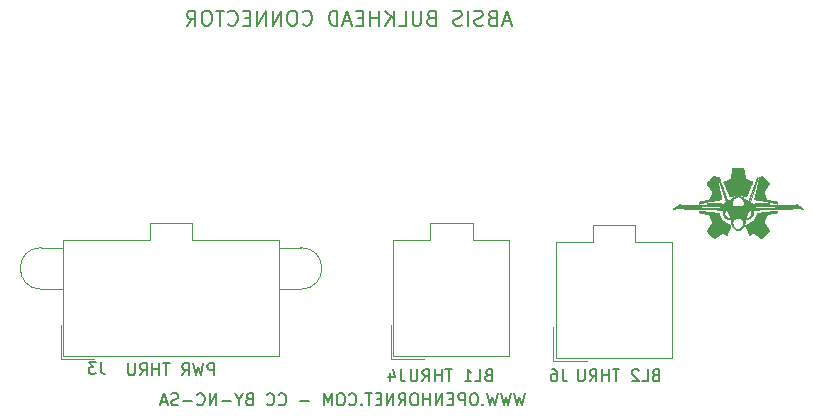
<source format=gbr>
%TF.GenerationSoftware,KiCad,Pcbnew,(5.1.9)-1*%
%TF.CreationDate,2021-11-13T17:29:38-07:00*%
%TF.ProjectId,ABSIS_Bulkhead_Connector,41425349-535f-4427-956c-6b686561645f,rev?*%
%TF.SameCoordinates,Original*%
%TF.FileFunction,Legend,Bot*%
%TF.FilePolarity,Positive*%
%FSLAX46Y46*%
G04 Gerber Fmt 4.6, Leading zero omitted, Abs format (unit mm)*
G04 Created by KiCad (PCBNEW (5.1.9)-1) date 2021-11-13 17:29:38*
%MOMM*%
%LPD*%
G01*
G04 APERTURE LIST*
%ADD10C,0.150000*%
%ADD11C,0.120000*%
%ADD12C,0.010000*%
G04 APERTURE END LIST*
D10*
X150532761Y-89368380D02*
X150294666Y-90368380D01*
X150104190Y-89654095D01*
X149913714Y-90368380D01*
X149675619Y-89368380D01*
X149389904Y-89368380D02*
X149151809Y-90368380D01*
X148961333Y-89654095D01*
X148770857Y-90368380D01*
X148532761Y-89368380D01*
X148247047Y-89368380D02*
X148008952Y-90368380D01*
X147818476Y-89654095D01*
X147628000Y-90368380D01*
X147389904Y-89368380D01*
X147008952Y-90273142D02*
X146961333Y-90320761D01*
X147008952Y-90368380D01*
X147056571Y-90320761D01*
X147008952Y-90273142D01*
X147008952Y-90368380D01*
X146342285Y-89368380D02*
X146151809Y-89368380D01*
X146056571Y-89416000D01*
X145961333Y-89511238D01*
X145913714Y-89701714D01*
X145913714Y-90035047D01*
X145961333Y-90225523D01*
X146056571Y-90320761D01*
X146151809Y-90368380D01*
X146342285Y-90368380D01*
X146437523Y-90320761D01*
X146532761Y-90225523D01*
X146580380Y-90035047D01*
X146580380Y-89701714D01*
X146532761Y-89511238D01*
X146437523Y-89416000D01*
X146342285Y-89368380D01*
X145485142Y-90368380D02*
X145485142Y-89368380D01*
X145104190Y-89368380D01*
X145008952Y-89416000D01*
X144961333Y-89463619D01*
X144913714Y-89558857D01*
X144913714Y-89701714D01*
X144961333Y-89796952D01*
X145008952Y-89844571D01*
X145104190Y-89892190D01*
X145485142Y-89892190D01*
X144485142Y-89844571D02*
X144151809Y-89844571D01*
X144008952Y-90368380D02*
X144485142Y-90368380D01*
X144485142Y-89368380D01*
X144008952Y-89368380D01*
X143580380Y-90368380D02*
X143580380Y-89368380D01*
X143008952Y-90368380D01*
X143008952Y-89368380D01*
X142532761Y-90368380D02*
X142532761Y-89368380D01*
X142532761Y-89844571D02*
X141961333Y-89844571D01*
X141961333Y-90368380D02*
X141961333Y-89368380D01*
X141294666Y-89368380D02*
X141104190Y-89368380D01*
X141008952Y-89416000D01*
X140913714Y-89511238D01*
X140866095Y-89701714D01*
X140866095Y-90035047D01*
X140913714Y-90225523D01*
X141008952Y-90320761D01*
X141104190Y-90368380D01*
X141294666Y-90368380D01*
X141389904Y-90320761D01*
X141485142Y-90225523D01*
X141532761Y-90035047D01*
X141532761Y-89701714D01*
X141485142Y-89511238D01*
X141389904Y-89416000D01*
X141294666Y-89368380D01*
X139866095Y-90368380D02*
X140199428Y-89892190D01*
X140437523Y-90368380D02*
X140437523Y-89368380D01*
X140056571Y-89368380D01*
X139961333Y-89416000D01*
X139913714Y-89463619D01*
X139866095Y-89558857D01*
X139866095Y-89701714D01*
X139913714Y-89796952D01*
X139961333Y-89844571D01*
X140056571Y-89892190D01*
X140437523Y-89892190D01*
X139437523Y-90368380D02*
X139437523Y-89368380D01*
X138866095Y-90368380D01*
X138866095Y-89368380D01*
X138389904Y-89844571D02*
X138056571Y-89844571D01*
X137913714Y-90368380D02*
X138389904Y-90368380D01*
X138389904Y-89368380D01*
X137913714Y-89368380D01*
X137628000Y-89368380D02*
X137056571Y-89368380D01*
X137342285Y-90368380D02*
X137342285Y-89368380D01*
X136723238Y-90273142D02*
X136675619Y-90320761D01*
X136723238Y-90368380D01*
X136770857Y-90320761D01*
X136723238Y-90273142D01*
X136723238Y-90368380D01*
X135675619Y-90273142D02*
X135723238Y-90320761D01*
X135866095Y-90368380D01*
X135961333Y-90368380D01*
X136104190Y-90320761D01*
X136199428Y-90225523D01*
X136247047Y-90130285D01*
X136294666Y-89939809D01*
X136294666Y-89796952D01*
X136247047Y-89606476D01*
X136199428Y-89511238D01*
X136104190Y-89416000D01*
X135961333Y-89368380D01*
X135866095Y-89368380D01*
X135723238Y-89416000D01*
X135675619Y-89463619D01*
X135056571Y-89368380D02*
X134866095Y-89368380D01*
X134770857Y-89416000D01*
X134675619Y-89511238D01*
X134628000Y-89701714D01*
X134628000Y-90035047D01*
X134675619Y-90225523D01*
X134770857Y-90320761D01*
X134866095Y-90368380D01*
X135056571Y-90368380D01*
X135151809Y-90320761D01*
X135247047Y-90225523D01*
X135294666Y-90035047D01*
X135294666Y-89701714D01*
X135247047Y-89511238D01*
X135151809Y-89416000D01*
X135056571Y-89368380D01*
X134199428Y-90368380D02*
X134199428Y-89368380D01*
X133866095Y-90082666D01*
X133532761Y-89368380D01*
X133532761Y-90368380D01*
X132294666Y-89987428D02*
X131532761Y-89987428D01*
X129723238Y-90273142D02*
X129770857Y-90320761D01*
X129913714Y-90368380D01*
X130008952Y-90368380D01*
X130151809Y-90320761D01*
X130247047Y-90225523D01*
X130294666Y-90130285D01*
X130342285Y-89939809D01*
X130342285Y-89796952D01*
X130294666Y-89606476D01*
X130247047Y-89511238D01*
X130151809Y-89416000D01*
X130008952Y-89368380D01*
X129913714Y-89368380D01*
X129770857Y-89416000D01*
X129723238Y-89463619D01*
X128723238Y-90273142D02*
X128770857Y-90320761D01*
X128913714Y-90368380D01*
X129008952Y-90368380D01*
X129151809Y-90320761D01*
X129247047Y-90225523D01*
X129294666Y-90130285D01*
X129342285Y-89939809D01*
X129342285Y-89796952D01*
X129294666Y-89606476D01*
X129247047Y-89511238D01*
X129151809Y-89416000D01*
X129008952Y-89368380D01*
X128913714Y-89368380D01*
X128770857Y-89416000D01*
X128723238Y-89463619D01*
X127199428Y-89844571D02*
X127056571Y-89892190D01*
X127008952Y-89939809D01*
X126961333Y-90035047D01*
X126961333Y-90177904D01*
X127008952Y-90273142D01*
X127056571Y-90320761D01*
X127151809Y-90368380D01*
X127532761Y-90368380D01*
X127532761Y-89368380D01*
X127199428Y-89368380D01*
X127104190Y-89416000D01*
X127056571Y-89463619D01*
X127008952Y-89558857D01*
X127008952Y-89654095D01*
X127056571Y-89749333D01*
X127104190Y-89796952D01*
X127199428Y-89844571D01*
X127532761Y-89844571D01*
X126342285Y-89892190D02*
X126342285Y-90368380D01*
X126675619Y-89368380D02*
X126342285Y-89892190D01*
X126008952Y-89368380D01*
X125675619Y-89987428D02*
X124913714Y-89987428D01*
X124437523Y-90368380D02*
X124437523Y-89368380D01*
X123866095Y-90368380D01*
X123866095Y-89368380D01*
X122818476Y-90273142D02*
X122866095Y-90320761D01*
X123008952Y-90368380D01*
X123104190Y-90368380D01*
X123247047Y-90320761D01*
X123342285Y-90225523D01*
X123389904Y-90130285D01*
X123437523Y-89939809D01*
X123437523Y-89796952D01*
X123389904Y-89606476D01*
X123342285Y-89511238D01*
X123247047Y-89416000D01*
X123104190Y-89368380D01*
X123008952Y-89368380D01*
X122866095Y-89416000D01*
X122818476Y-89463619D01*
X122389904Y-89987428D02*
X121628000Y-89987428D01*
X121199428Y-90320761D02*
X121056571Y-90368380D01*
X120818476Y-90368380D01*
X120723238Y-90320761D01*
X120675619Y-90273142D01*
X120628000Y-90177904D01*
X120628000Y-90082666D01*
X120675619Y-89987428D01*
X120723238Y-89939809D01*
X120818476Y-89892190D01*
X121008952Y-89844571D01*
X121104190Y-89796952D01*
X121151809Y-89749333D01*
X121199428Y-89654095D01*
X121199428Y-89558857D01*
X121151809Y-89463619D01*
X121104190Y-89416000D01*
X121008952Y-89368380D01*
X120770857Y-89368380D01*
X120628000Y-89416000D01*
X120247047Y-90082666D02*
X119770857Y-90082666D01*
X120342285Y-90368380D02*
X120008952Y-89368380D01*
X119675619Y-90368380D01*
X149326476Y-57866333D02*
X148731238Y-57866333D01*
X149445523Y-58223476D02*
X149028857Y-56973476D01*
X148612190Y-58223476D01*
X147778857Y-57568714D02*
X147600285Y-57628238D01*
X147540761Y-57687761D01*
X147481238Y-57806809D01*
X147481238Y-57985380D01*
X147540761Y-58104428D01*
X147600285Y-58163952D01*
X147719333Y-58223476D01*
X148195523Y-58223476D01*
X148195523Y-56973476D01*
X147778857Y-56973476D01*
X147659809Y-57033000D01*
X147600285Y-57092523D01*
X147540761Y-57211571D01*
X147540761Y-57330619D01*
X147600285Y-57449666D01*
X147659809Y-57509190D01*
X147778857Y-57568714D01*
X148195523Y-57568714D01*
X147005047Y-58163952D02*
X146826476Y-58223476D01*
X146528857Y-58223476D01*
X146409809Y-58163952D01*
X146350285Y-58104428D01*
X146290761Y-57985380D01*
X146290761Y-57866333D01*
X146350285Y-57747285D01*
X146409809Y-57687761D01*
X146528857Y-57628238D01*
X146766952Y-57568714D01*
X146886000Y-57509190D01*
X146945523Y-57449666D01*
X147005047Y-57330619D01*
X147005047Y-57211571D01*
X146945523Y-57092523D01*
X146886000Y-57033000D01*
X146766952Y-56973476D01*
X146469333Y-56973476D01*
X146290761Y-57033000D01*
X145755047Y-58223476D02*
X145755047Y-56973476D01*
X145219333Y-58163952D02*
X145040761Y-58223476D01*
X144743142Y-58223476D01*
X144624095Y-58163952D01*
X144564571Y-58104428D01*
X144505047Y-57985380D01*
X144505047Y-57866333D01*
X144564571Y-57747285D01*
X144624095Y-57687761D01*
X144743142Y-57628238D01*
X144981238Y-57568714D01*
X145100285Y-57509190D01*
X145159809Y-57449666D01*
X145219333Y-57330619D01*
X145219333Y-57211571D01*
X145159809Y-57092523D01*
X145100285Y-57033000D01*
X144981238Y-56973476D01*
X144683619Y-56973476D01*
X144505047Y-57033000D01*
X142600285Y-57568714D02*
X142421714Y-57628238D01*
X142362190Y-57687761D01*
X142302666Y-57806809D01*
X142302666Y-57985380D01*
X142362190Y-58104428D01*
X142421714Y-58163952D01*
X142540761Y-58223476D01*
X143016952Y-58223476D01*
X143016952Y-56973476D01*
X142600285Y-56973476D01*
X142481238Y-57033000D01*
X142421714Y-57092523D01*
X142362190Y-57211571D01*
X142362190Y-57330619D01*
X142421714Y-57449666D01*
X142481238Y-57509190D01*
X142600285Y-57568714D01*
X143016952Y-57568714D01*
X141766952Y-56973476D02*
X141766952Y-57985380D01*
X141707428Y-58104428D01*
X141647904Y-58163952D01*
X141528857Y-58223476D01*
X141290761Y-58223476D01*
X141171714Y-58163952D01*
X141112190Y-58104428D01*
X141052666Y-57985380D01*
X141052666Y-56973476D01*
X139862190Y-58223476D02*
X140457428Y-58223476D01*
X140457428Y-56973476D01*
X139445523Y-58223476D02*
X139445523Y-56973476D01*
X138731238Y-58223476D02*
X139266952Y-57509190D01*
X138731238Y-56973476D02*
X139445523Y-57687761D01*
X138195523Y-58223476D02*
X138195523Y-56973476D01*
X138195523Y-57568714D02*
X137481238Y-57568714D01*
X137481238Y-58223476D02*
X137481238Y-56973476D01*
X136886000Y-57568714D02*
X136469333Y-57568714D01*
X136290761Y-58223476D02*
X136886000Y-58223476D01*
X136886000Y-56973476D01*
X136290761Y-56973476D01*
X135814571Y-57866333D02*
X135219333Y-57866333D01*
X135933619Y-58223476D02*
X135516952Y-56973476D01*
X135100285Y-58223476D01*
X134683619Y-58223476D02*
X134683619Y-56973476D01*
X134386000Y-56973476D01*
X134207428Y-57033000D01*
X134088380Y-57152047D01*
X134028857Y-57271095D01*
X133969333Y-57509190D01*
X133969333Y-57687761D01*
X134028857Y-57925857D01*
X134088380Y-58044904D01*
X134207428Y-58163952D01*
X134386000Y-58223476D01*
X134683619Y-58223476D01*
X131766952Y-58104428D02*
X131826476Y-58163952D01*
X132005047Y-58223476D01*
X132124095Y-58223476D01*
X132302666Y-58163952D01*
X132421714Y-58044904D01*
X132481238Y-57925857D01*
X132540761Y-57687761D01*
X132540761Y-57509190D01*
X132481238Y-57271095D01*
X132421714Y-57152047D01*
X132302666Y-57033000D01*
X132124095Y-56973476D01*
X132005047Y-56973476D01*
X131826476Y-57033000D01*
X131766952Y-57092523D01*
X130993142Y-56973476D02*
X130755047Y-56973476D01*
X130636000Y-57033000D01*
X130516952Y-57152047D01*
X130457428Y-57390142D01*
X130457428Y-57806809D01*
X130516952Y-58044904D01*
X130636000Y-58163952D01*
X130755047Y-58223476D01*
X130993142Y-58223476D01*
X131112190Y-58163952D01*
X131231238Y-58044904D01*
X131290761Y-57806809D01*
X131290761Y-57390142D01*
X131231238Y-57152047D01*
X131112190Y-57033000D01*
X130993142Y-56973476D01*
X129921714Y-58223476D02*
X129921714Y-56973476D01*
X129207428Y-58223476D01*
X129207428Y-56973476D01*
X128612190Y-58223476D02*
X128612190Y-56973476D01*
X127897904Y-58223476D01*
X127897904Y-56973476D01*
X127302666Y-57568714D02*
X126886000Y-57568714D01*
X126707428Y-58223476D02*
X127302666Y-58223476D01*
X127302666Y-56973476D01*
X126707428Y-56973476D01*
X125457428Y-58104428D02*
X125516952Y-58163952D01*
X125695523Y-58223476D01*
X125814571Y-58223476D01*
X125993142Y-58163952D01*
X126112190Y-58044904D01*
X126171714Y-57925857D01*
X126231238Y-57687761D01*
X126231238Y-57509190D01*
X126171714Y-57271095D01*
X126112190Y-57152047D01*
X125993142Y-57033000D01*
X125814571Y-56973476D01*
X125695523Y-56973476D01*
X125516952Y-57033000D01*
X125457428Y-57092523D01*
X125100285Y-56973476D02*
X124386000Y-56973476D01*
X124743142Y-58223476D02*
X124743142Y-56973476D01*
X123731238Y-56973476D02*
X123493142Y-56973476D01*
X123374095Y-57033000D01*
X123255047Y-57152047D01*
X123195523Y-57390142D01*
X123195523Y-57806809D01*
X123255047Y-58044904D01*
X123374095Y-58163952D01*
X123493142Y-58223476D01*
X123731238Y-58223476D01*
X123850285Y-58163952D01*
X123969333Y-58044904D01*
X124028857Y-57806809D01*
X124028857Y-57390142D01*
X123969333Y-57152047D01*
X123850285Y-57033000D01*
X123731238Y-56973476D01*
X121945523Y-58223476D02*
X122362190Y-57628238D01*
X122659809Y-58223476D02*
X122659809Y-56973476D01*
X122183619Y-56973476D01*
X122064571Y-57033000D01*
X122005047Y-57092523D01*
X121945523Y-57211571D01*
X121945523Y-57390142D01*
X122005047Y-57509190D01*
X122064571Y-57568714D01*
X122183619Y-57628238D01*
X122659809Y-57628238D01*
D11*
%TO.C,J6*%
X158100000Y-86360000D02*
X153190000Y-86360000D01*
X153190000Y-86360000D02*
X153190000Y-76540000D01*
X153190000Y-76540000D02*
X156290000Y-76540000D01*
X156290000Y-76540000D02*
X156290000Y-75140000D01*
X156290000Y-75140000D02*
X158100000Y-75140000D01*
X158100000Y-86360000D02*
X163010000Y-86360000D01*
X163010000Y-86360000D02*
X163010000Y-76540000D01*
X163010000Y-76540000D02*
X159910000Y-76540000D01*
X159910000Y-76540000D02*
X159910000Y-75140000D01*
X159910000Y-75140000D02*
X158100000Y-75140000D01*
X155800000Y-86600000D02*
X152950000Y-86600000D01*
X152950000Y-86600000D02*
X152950000Y-83750000D01*
D12*
%TO.C,G\u002A\u002A\u002A*%
G36*
X171881355Y-73906426D02*
G01*
X171868542Y-73907795D01*
X171848311Y-73910010D01*
X171821159Y-73913012D01*
X171787582Y-73916746D01*
X171748079Y-73921156D01*
X171703145Y-73926186D01*
X171653278Y-73931779D01*
X171598976Y-73937879D01*
X171540734Y-73944430D01*
X171479051Y-73951375D01*
X171414423Y-73958659D01*
X171347347Y-73966225D01*
X171278320Y-73974017D01*
X171207840Y-73981978D01*
X171136404Y-73990053D01*
X171064507Y-73998185D01*
X170992649Y-74006318D01*
X170921325Y-74014396D01*
X170851033Y-74022362D01*
X170782269Y-74030161D01*
X170715532Y-74037735D01*
X170651317Y-74045030D01*
X170590122Y-74051988D01*
X170532444Y-74058553D01*
X170478780Y-74064670D01*
X170429627Y-74070281D01*
X170385483Y-74075331D01*
X170346843Y-74079763D01*
X170314206Y-74083522D01*
X170288069Y-74086550D01*
X170268927Y-74088793D01*
X170257279Y-74090192D01*
X170254223Y-74090586D01*
X170242662Y-74093044D01*
X170236874Y-74097407D01*
X170234285Y-74105015D01*
X170232038Y-74111428D01*
X170226647Y-74124655D01*
X170218505Y-74143820D01*
X170208007Y-74168047D01*
X170195547Y-74196457D01*
X170181519Y-74228174D01*
X170166317Y-74262322D01*
X170150335Y-74298023D01*
X170133968Y-74334401D01*
X170117610Y-74370578D01*
X170101656Y-74405679D01*
X170086498Y-74438825D01*
X170072532Y-74469140D01*
X170060152Y-74495747D01*
X170049752Y-74517770D01*
X170041726Y-74534331D01*
X170037792Y-74542089D01*
X170016921Y-74577424D01*
X169990306Y-74615588D01*
X169959384Y-74654927D01*
X169925595Y-74693787D01*
X169890378Y-74730516D01*
X169855170Y-74763459D01*
X169821411Y-74790965D01*
X169820918Y-74791331D01*
X169813300Y-74796403D01*
X169799079Y-74805290D01*
X169778978Y-74817565D01*
X169753723Y-74832802D01*
X169724039Y-74850576D01*
X169690650Y-74870461D01*
X169654282Y-74892032D01*
X169615659Y-74914862D01*
X169575506Y-74938526D01*
X169534548Y-74962598D01*
X169493509Y-74986653D01*
X169453115Y-75010265D01*
X169414091Y-75033007D01*
X169377160Y-75054455D01*
X169343049Y-75074182D01*
X169312481Y-75091763D01*
X169286183Y-75106772D01*
X169264877Y-75118783D01*
X169249291Y-75127371D01*
X169244012Y-75130174D01*
X169225144Y-75139973D01*
X169385433Y-75527323D01*
X169413891Y-75595951D01*
X169440005Y-75658626D01*
X169463686Y-75715146D01*
X169484847Y-75765305D01*
X169503401Y-75808899D01*
X169519259Y-75845724D01*
X169532335Y-75875577D01*
X169542540Y-75898252D01*
X169549787Y-75913546D01*
X169553990Y-75921254D01*
X169554672Y-75922082D01*
X169565552Y-75927799D01*
X169574481Y-75929490D01*
X169580509Y-75927543D01*
X169593125Y-75921986D01*
X169611473Y-75913244D01*
X169634698Y-75901743D01*
X169661943Y-75887909D01*
X169692354Y-75872167D01*
X169725076Y-75854944D01*
X169736142Y-75849057D01*
X169775379Y-75828182D01*
X169807937Y-75811039D01*
X169834575Y-75797318D01*
X169856053Y-75786705D01*
X169873131Y-75778890D01*
X169886569Y-75773563D01*
X169897125Y-75770411D01*
X169905561Y-75769123D01*
X169912635Y-75769388D01*
X169919107Y-75770896D01*
X169923301Y-75772375D01*
X169928145Y-75775271D01*
X169939462Y-75782628D01*
X169956750Y-75794108D01*
X169979509Y-75809370D01*
X170007237Y-75828076D01*
X170039434Y-75849885D01*
X170075598Y-75874458D01*
X170115229Y-75901456D01*
X170157825Y-75930539D01*
X170202885Y-75961367D01*
X170249908Y-75993602D01*
X170260651Y-76000975D01*
X170316807Y-76039520D01*
X170366417Y-76073542D01*
X170409919Y-76103307D01*
X170447749Y-76129078D01*
X170480344Y-76151123D01*
X170508142Y-76169705D01*
X170531579Y-76185090D01*
X170551092Y-76197543D01*
X170567119Y-76207330D01*
X170580095Y-76214715D01*
X170590459Y-76219965D01*
X170598648Y-76223343D01*
X170605097Y-76225116D01*
X170610245Y-76225548D01*
X170614528Y-76224905D01*
X170618383Y-76223452D01*
X170622248Y-76221454D01*
X170623135Y-76220972D01*
X170627674Y-76217155D01*
X170637668Y-76207821D01*
X170652617Y-76193469D01*
X170672023Y-76174597D01*
X170695389Y-76151704D01*
X170722215Y-76125288D01*
X170752004Y-76095847D01*
X170784257Y-76063879D01*
X170818475Y-76029884D01*
X170854160Y-75994358D01*
X170890815Y-75957801D01*
X170927940Y-75920710D01*
X170965038Y-75883585D01*
X171001609Y-75846922D01*
X171037156Y-75811222D01*
X171071180Y-75776981D01*
X171103184Y-75744699D01*
X171132667Y-75714873D01*
X171159133Y-75688002D01*
X171182083Y-75664584D01*
X171201019Y-75645117D01*
X171215441Y-75630101D01*
X171224853Y-75620032D01*
X171228755Y-75615410D01*
X171228774Y-75615375D01*
X171232950Y-75606126D01*
X171234759Y-75597211D01*
X171233770Y-75587460D01*
X171229546Y-75575702D01*
X171221654Y-75560766D01*
X171209659Y-75541482D01*
X171193128Y-75516679D01*
X171191005Y-75513550D01*
X171181368Y-75499405D01*
X171167430Y-75479002D01*
X171149684Y-75453064D01*
X171128625Y-75422312D01*
X171104746Y-75387465D01*
X171078541Y-75349244D01*
X171050506Y-75308372D01*
X171021133Y-75265568D01*
X170990918Y-75221553D01*
X170963964Y-75182307D01*
X170934583Y-75139466D01*
X170906509Y-75098401D01*
X170880127Y-75059684D01*
X170855821Y-75023883D01*
X170833975Y-74991569D01*
X170814974Y-74963313D01*
X170799202Y-74939684D01*
X170787044Y-74921252D01*
X170778884Y-74908588D01*
X170775106Y-74902262D01*
X170774978Y-74901984D01*
X170770876Y-74888893D01*
X170769185Y-74876704D01*
X170770749Y-74870596D01*
X170775249Y-74857382D01*
X170782394Y-74837787D01*
X170791895Y-74812532D01*
X170803462Y-74782341D01*
X170816804Y-74747936D01*
X170831631Y-74710040D01*
X170847655Y-74669377D01*
X170864584Y-74626669D01*
X170882129Y-74582639D01*
X170900000Y-74538010D01*
X170917906Y-74493506D01*
X170935559Y-74449848D01*
X170952667Y-74407760D01*
X170968941Y-74367966D01*
X170984092Y-74331187D01*
X170997828Y-74298147D01*
X171009861Y-74269568D01*
X171019899Y-74246174D01*
X171027654Y-74228688D01*
X171032835Y-74217832D01*
X171034746Y-74214600D01*
X171043507Y-74205352D01*
X171051342Y-74198900D01*
X171052297Y-74198335D01*
X171057382Y-74197042D01*
X171070213Y-74194326D01*
X171090210Y-74190299D01*
X171116791Y-74185071D01*
X171149378Y-74178754D01*
X171187388Y-74171460D01*
X171230242Y-74163299D01*
X171277360Y-74154383D01*
X171328160Y-74144822D01*
X171382063Y-74134729D01*
X171438488Y-74124214D01*
X171461416Y-74119955D01*
X171534690Y-74106319D01*
X171599920Y-74094098D01*
X171657399Y-74083233D01*
X171707419Y-74073665D01*
X171750274Y-74065336D01*
X171786257Y-74058188D01*
X171815660Y-74052162D01*
X171838778Y-74047199D01*
X171855903Y-74043242D01*
X171867328Y-74040232D01*
X171873347Y-74038111D01*
X171874085Y-74037681D01*
X171882385Y-74030578D01*
X171888218Y-74022220D01*
X171891998Y-74011039D01*
X171894139Y-73995469D01*
X171895055Y-73973943D01*
X171895189Y-73957815D01*
X171895148Y-73936137D01*
X171894802Y-73921531D01*
X171893911Y-73912604D01*
X171892236Y-73907963D01*
X171889535Y-73906212D01*
X171886252Y-73905956D01*
X171881355Y-73906426D01*
G37*
X171881355Y-73906426D02*
X171868542Y-73907795D01*
X171848311Y-73910010D01*
X171821159Y-73913012D01*
X171787582Y-73916746D01*
X171748079Y-73921156D01*
X171703145Y-73926186D01*
X171653278Y-73931779D01*
X171598976Y-73937879D01*
X171540734Y-73944430D01*
X171479051Y-73951375D01*
X171414423Y-73958659D01*
X171347347Y-73966225D01*
X171278320Y-73974017D01*
X171207840Y-73981978D01*
X171136404Y-73990053D01*
X171064507Y-73998185D01*
X170992649Y-74006318D01*
X170921325Y-74014396D01*
X170851033Y-74022362D01*
X170782269Y-74030161D01*
X170715532Y-74037735D01*
X170651317Y-74045030D01*
X170590122Y-74051988D01*
X170532444Y-74058553D01*
X170478780Y-74064670D01*
X170429627Y-74070281D01*
X170385483Y-74075331D01*
X170346843Y-74079763D01*
X170314206Y-74083522D01*
X170288069Y-74086550D01*
X170268927Y-74088793D01*
X170257279Y-74090192D01*
X170254223Y-74090586D01*
X170242662Y-74093044D01*
X170236874Y-74097407D01*
X170234285Y-74105015D01*
X170232038Y-74111428D01*
X170226647Y-74124655D01*
X170218505Y-74143820D01*
X170208007Y-74168047D01*
X170195547Y-74196457D01*
X170181519Y-74228174D01*
X170166317Y-74262322D01*
X170150335Y-74298023D01*
X170133968Y-74334401D01*
X170117610Y-74370578D01*
X170101656Y-74405679D01*
X170086498Y-74438825D01*
X170072532Y-74469140D01*
X170060152Y-74495747D01*
X170049752Y-74517770D01*
X170041726Y-74534331D01*
X170037792Y-74542089D01*
X170016921Y-74577424D01*
X169990306Y-74615588D01*
X169959384Y-74654927D01*
X169925595Y-74693787D01*
X169890378Y-74730516D01*
X169855170Y-74763459D01*
X169821411Y-74790965D01*
X169820918Y-74791331D01*
X169813300Y-74796403D01*
X169799079Y-74805290D01*
X169778978Y-74817565D01*
X169753723Y-74832802D01*
X169724039Y-74850576D01*
X169690650Y-74870461D01*
X169654282Y-74892032D01*
X169615659Y-74914862D01*
X169575506Y-74938526D01*
X169534548Y-74962598D01*
X169493509Y-74986653D01*
X169453115Y-75010265D01*
X169414091Y-75033007D01*
X169377160Y-75054455D01*
X169343049Y-75074182D01*
X169312481Y-75091763D01*
X169286183Y-75106772D01*
X169264877Y-75118783D01*
X169249291Y-75127371D01*
X169244012Y-75130174D01*
X169225144Y-75139973D01*
X169385433Y-75527323D01*
X169413891Y-75595951D01*
X169440005Y-75658626D01*
X169463686Y-75715146D01*
X169484847Y-75765305D01*
X169503401Y-75808899D01*
X169519259Y-75845724D01*
X169532335Y-75875577D01*
X169542540Y-75898252D01*
X169549787Y-75913546D01*
X169553990Y-75921254D01*
X169554672Y-75922082D01*
X169565552Y-75927799D01*
X169574481Y-75929490D01*
X169580509Y-75927543D01*
X169593125Y-75921986D01*
X169611473Y-75913244D01*
X169634698Y-75901743D01*
X169661943Y-75887909D01*
X169692354Y-75872167D01*
X169725076Y-75854944D01*
X169736142Y-75849057D01*
X169775379Y-75828182D01*
X169807937Y-75811039D01*
X169834575Y-75797318D01*
X169856053Y-75786705D01*
X169873131Y-75778890D01*
X169886569Y-75773563D01*
X169897125Y-75770411D01*
X169905561Y-75769123D01*
X169912635Y-75769388D01*
X169919107Y-75770896D01*
X169923301Y-75772375D01*
X169928145Y-75775271D01*
X169939462Y-75782628D01*
X169956750Y-75794108D01*
X169979509Y-75809370D01*
X170007237Y-75828076D01*
X170039434Y-75849885D01*
X170075598Y-75874458D01*
X170115229Y-75901456D01*
X170157825Y-75930539D01*
X170202885Y-75961367D01*
X170249908Y-75993602D01*
X170260651Y-76000975D01*
X170316807Y-76039520D01*
X170366417Y-76073542D01*
X170409919Y-76103307D01*
X170447749Y-76129078D01*
X170480344Y-76151123D01*
X170508142Y-76169705D01*
X170531579Y-76185090D01*
X170551092Y-76197543D01*
X170567119Y-76207330D01*
X170580095Y-76214715D01*
X170590459Y-76219965D01*
X170598648Y-76223343D01*
X170605097Y-76225116D01*
X170610245Y-76225548D01*
X170614528Y-76224905D01*
X170618383Y-76223452D01*
X170622248Y-76221454D01*
X170623135Y-76220972D01*
X170627674Y-76217155D01*
X170637668Y-76207821D01*
X170652617Y-76193469D01*
X170672023Y-76174597D01*
X170695389Y-76151704D01*
X170722215Y-76125288D01*
X170752004Y-76095847D01*
X170784257Y-76063879D01*
X170818475Y-76029884D01*
X170854160Y-75994358D01*
X170890815Y-75957801D01*
X170927940Y-75920710D01*
X170965038Y-75883585D01*
X171001609Y-75846922D01*
X171037156Y-75811222D01*
X171071180Y-75776981D01*
X171103184Y-75744699D01*
X171132667Y-75714873D01*
X171159133Y-75688002D01*
X171182083Y-75664584D01*
X171201019Y-75645117D01*
X171215441Y-75630101D01*
X171224853Y-75620032D01*
X171228755Y-75615410D01*
X171228774Y-75615375D01*
X171232950Y-75606126D01*
X171234759Y-75597211D01*
X171233770Y-75587460D01*
X171229546Y-75575702D01*
X171221654Y-75560766D01*
X171209659Y-75541482D01*
X171193128Y-75516679D01*
X171191005Y-75513550D01*
X171181368Y-75499405D01*
X171167430Y-75479002D01*
X171149684Y-75453064D01*
X171128625Y-75422312D01*
X171104746Y-75387465D01*
X171078541Y-75349244D01*
X171050506Y-75308372D01*
X171021133Y-75265568D01*
X170990918Y-75221553D01*
X170963964Y-75182307D01*
X170934583Y-75139466D01*
X170906509Y-75098401D01*
X170880127Y-75059684D01*
X170855821Y-75023883D01*
X170833975Y-74991569D01*
X170814974Y-74963313D01*
X170799202Y-74939684D01*
X170787044Y-74921252D01*
X170778884Y-74908588D01*
X170775106Y-74902262D01*
X170774978Y-74901984D01*
X170770876Y-74888893D01*
X170769185Y-74876704D01*
X170770749Y-74870596D01*
X170775249Y-74857382D01*
X170782394Y-74837787D01*
X170791895Y-74812532D01*
X170803462Y-74782341D01*
X170816804Y-74747936D01*
X170831631Y-74710040D01*
X170847655Y-74669377D01*
X170864584Y-74626669D01*
X170882129Y-74582639D01*
X170900000Y-74538010D01*
X170917906Y-74493506D01*
X170935559Y-74449848D01*
X170952667Y-74407760D01*
X170968941Y-74367966D01*
X170984092Y-74331187D01*
X170997828Y-74298147D01*
X171009861Y-74269568D01*
X171019899Y-74246174D01*
X171027654Y-74228688D01*
X171032835Y-74217832D01*
X171034746Y-74214600D01*
X171043507Y-74205352D01*
X171051342Y-74198900D01*
X171052297Y-74198335D01*
X171057382Y-74197042D01*
X171070213Y-74194326D01*
X171090210Y-74190299D01*
X171116791Y-74185071D01*
X171149378Y-74178754D01*
X171187388Y-74171460D01*
X171230242Y-74163299D01*
X171277360Y-74154383D01*
X171328160Y-74144822D01*
X171382063Y-74134729D01*
X171438488Y-74124214D01*
X171461416Y-74119955D01*
X171534690Y-74106319D01*
X171599920Y-74094098D01*
X171657399Y-74083233D01*
X171707419Y-74073665D01*
X171750274Y-74065336D01*
X171786257Y-74058188D01*
X171815660Y-74052162D01*
X171838778Y-74047199D01*
X171855903Y-74043242D01*
X171867328Y-74040232D01*
X171873347Y-74038111D01*
X171874085Y-74037681D01*
X171882385Y-74030578D01*
X171888218Y-74022220D01*
X171891998Y-74011039D01*
X171894139Y-73995469D01*
X171895055Y-73973943D01*
X171895189Y-73957815D01*
X171895148Y-73936137D01*
X171894802Y-73921531D01*
X171893911Y-73912604D01*
X171892236Y-73907963D01*
X171889535Y-73906212D01*
X171886252Y-73905956D01*
X171881355Y-73906426D01*
G36*
X165301188Y-73906228D02*
G01*
X165298352Y-73908003D01*
X165296658Y-73912720D01*
X165295811Y-73921818D01*
X165295518Y-73936738D01*
X165295485Y-73954776D01*
X165296181Y-73983416D01*
X165298486Y-74004936D01*
X165302726Y-74020583D01*
X165309227Y-74031606D01*
X165317356Y-74038655D01*
X165322945Y-74040369D01*
X165336335Y-74043497D01*
X165356997Y-74047933D01*
X165384404Y-74053575D01*
X165418026Y-74060318D01*
X165457335Y-74068059D01*
X165501802Y-74076692D01*
X165550899Y-74086115D01*
X165604098Y-74096224D01*
X165660870Y-74106914D01*
X165720685Y-74118081D01*
X165729017Y-74119629D01*
X165786250Y-74130283D01*
X165841186Y-74140556D01*
X165893244Y-74150339D01*
X165941845Y-74159519D01*
X165986408Y-74167986D01*
X166026354Y-74175628D01*
X166061102Y-74182334D01*
X166090072Y-74187993D01*
X166112684Y-74192495D01*
X166128358Y-74195727D01*
X166136513Y-74197578D01*
X166137534Y-74197904D01*
X166141824Y-74200532D01*
X166146031Y-74203968D01*
X166150387Y-74208724D01*
X166155123Y-74215309D01*
X166160469Y-74224234D01*
X166166658Y-74236010D01*
X166173919Y-74251148D01*
X166182484Y-74270157D01*
X166192584Y-74293548D01*
X166204450Y-74321833D01*
X166218313Y-74355521D01*
X166234404Y-74395123D01*
X166252954Y-74441150D01*
X166274193Y-74494112D01*
X166294207Y-74544144D01*
X166320475Y-74610022D01*
X166343551Y-74668256D01*
X166363503Y-74719018D01*
X166380395Y-74762480D01*
X166394292Y-74798813D01*
X166405260Y-74828188D01*
X166413364Y-74850779D01*
X166418669Y-74866755D01*
X166421242Y-74876290D01*
X166421525Y-74878577D01*
X166419809Y-74892776D01*
X166415684Y-74905570D01*
X166415385Y-74906161D01*
X166412121Y-74911337D01*
X166404416Y-74922969D01*
X166392623Y-74940536D01*
X166377096Y-74963520D01*
X166358191Y-74991397D01*
X166336260Y-75023648D01*
X166311657Y-75059752D01*
X166284738Y-75099188D01*
X166255856Y-75141436D01*
X166225365Y-75185974D01*
X166196628Y-75227895D01*
X166164786Y-75274318D01*
X166134074Y-75319097D01*
X166104862Y-75361689D01*
X166077522Y-75401555D01*
X166052425Y-75438153D01*
X166029940Y-75470943D01*
X166010440Y-75499384D01*
X165994294Y-75522935D01*
X165981875Y-75541056D01*
X165973551Y-75553205D01*
X165969935Y-75558490D01*
X165959318Y-75577822D01*
X165955885Y-75594441D01*
X165956083Y-75597120D01*
X165956904Y-75600141D01*
X165958689Y-75603860D01*
X165961777Y-75608635D01*
X165966510Y-75614822D01*
X165973226Y-75622780D01*
X165982267Y-75632864D01*
X165993972Y-75645433D01*
X166008683Y-75660844D01*
X166026738Y-75679453D01*
X166048479Y-75701619D01*
X166074246Y-75727698D01*
X166104378Y-75758047D01*
X166139217Y-75793024D01*
X166179102Y-75832987D01*
X166224374Y-75878291D01*
X166263892Y-75917816D01*
X166314787Y-75968772D01*
X166360003Y-76014108D01*
X166399923Y-76054116D01*
X166434931Y-76089087D01*
X166465409Y-76119310D01*
X166491742Y-76145078D01*
X166514312Y-76166680D01*
X166533503Y-76184408D01*
X166549699Y-76198553D01*
X166563281Y-76209405D01*
X166574635Y-76217255D01*
X166584144Y-76222394D01*
X166592190Y-76225112D01*
X166599157Y-76225702D01*
X166605428Y-76224453D01*
X166611387Y-76221656D01*
X166617418Y-76217602D01*
X166623902Y-76212582D01*
X166631225Y-76206887D01*
X166638258Y-76201825D01*
X166647147Y-76195747D01*
X166662425Y-76185284D01*
X166683503Y-76170839D01*
X166709788Y-76152820D01*
X166740691Y-76131630D01*
X166775620Y-76107675D01*
X166813985Y-76081361D01*
X166855194Y-76053092D01*
X166898658Y-76023273D01*
X166943784Y-75992311D01*
X166969534Y-75974641D01*
X167022280Y-75938465D01*
X167068522Y-75906802D01*
X167108719Y-75879353D01*
X167143333Y-75855818D01*
X167172825Y-75835898D01*
X167197654Y-75819294D01*
X167218283Y-75805706D01*
X167235172Y-75794835D01*
X167248782Y-75786383D01*
X167259574Y-75780048D01*
X167268008Y-75775532D01*
X167274546Y-75772536D01*
X167279648Y-75770761D01*
X167283775Y-75769906D01*
X167284917Y-75769782D01*
X167290077Y-75769552D01*
X167295517Y-75770012D01*
X167302004Y-75771518D01*
X167310306Y-75774427D01*
X167321187Y-75779092D01*
X167335416Y-75785871D01*
X167353760Y-75795119D01*
X167376985Y-75807190D01*
X167405857Y-75822441D01*
X167441144Y-75841228D01*
X167455331Y-75848800D01*
X167496679Y-75870711D01*
X167532666Y-75889436D01*
X167562927Y-75904798D01*
X167587101Y-75916617D01*
X167604825Y-75924714D01*
X167615738Y-75928909D01*
X167618635Y-75929490D01*
X167631795Y-75925873D01*
X167639462Y-75919965D01*
X167642079Y-75914994D01*
X167647691Y-75902740D01*
X167656069Y-75883749D01*
X167666984Y-75858567D01*
X167680208Y-75827740D01*
X167695510Y-75791813D01*
X167712663Y-75751332D01*
X167731436Y-75706844D01*
X167751602Y-75658893D01*
X167772930Y-75608025D01*
X167795192Y-75554788D01*
X167818158Y-75499725D01*
X167841600Y-75443384D01*
X167865289Y-75386309D01*
X167888995Y-75329047D01*
X167912489Y-75272144D01*
X167935543Y-75216145D01*
X167957927Y-75161596D01*
X167965322Y-75143531D01*
X167963652Y-75138450D01*
X167959613Y-75136172D01*
X167953634Y-75133298D01*
X167941070Y-75126503D01*
X167922610Y-75116193D01*
X167898948Y-75102773D01*
X167870776Y-75086648D01*
X167838784Y-75068223D01*
X167803665Y-75047903D01*
X167766112Y-75026094D01*
X167726815Y-75003201D01*
X167686466Y-74979628D01*
X167645758Y-74955782D01*
X167605382Y-74932067D01*
X167566031Y-74908888D01*
X167528396Y-74886650D01*
X167493168Y-74865759D01*
X167461041Y-74846620D01*
X167432705Y-74829638D01*
X167408853Y-74815218D01*
X167390176Y-74803766D01*
X167377367Y-74795685D01*
X167372040Y-74792092D01*
X167338379Y-74765035D01*
X167302839Y-74732067D01*
X167267034Y-74694988D01*
X167232578Y-74655600D01*
X167201087Y-74615702D01*
X167174175Y-74577096D01*
X167162929Y-74558822D01*
X167157997Y-74549493D01*
X167150126Y-74533500D01*
X167139726Y-74511746D01*
X167127209Y-74485134D01*
X167112983Y-74454569D01*
X167097460Y-74420954D01*
X167081051Y-74385192D01*
X167064164Y-74348187D01*
X167047212Y-74310844D01*
X167030603Y-74274064D01*
X167014748Y-74238753D01*
X167000059Y-74205813D01*
X166986944Y-74176149D01*
X166975815Y-74150663D01*
X166967082Y-74130260D01*
X166961154Y-74115843D01*
X166958600Y-74108874D01*
X166955407Y-74098546D01*
X166953412Y-74092708D01*
X166953158Y-74092223D01*
X166948973Y-74091752D01*
X166936779Y-74090370D01*
X166916981Y-74088123D01*
X166889983Y-74085056D01*
X166856188Y-74081215D01*
X166816000Y-74076648D01*
X166769823Y-74071398D01*
X166718062Y-74065513D01*
X166661120Y-74059038D01*
X166599402Y-74052020D01*
X166533310Y-74044504D01*
X166463249Y-74036535D01*
X166389624Y-74028161D01*
X166312837Y-74019426D01*
X166233294Y-74010378D01*
X166151397Y-74001061D01*
X166134069Y-73999090D01*
X166051581Y-73989711D01*
X165971274Y-73980592D01*
X165893560Y-73971778D01*
X165818848Y-73963316D01*
X165747548Y-73955251D01*
X165680071Y-73947630D01*
X165616827Y-73940499D01*
X165558226Y-73933904D01*
X165504678Y-73927891D01*
X165456594Y-73922507D01*
X165414384Y-73917796D01*
X165378458Y-73913807D01*
X165349226Y-73910583D01*
X165327099Y-73908172D01*
X165312486Y-73906620D01*
X165305798Y-73905973D01*
X165305460Y-73905956D01*
X165301188Y-73906228D01*
G37*
X165301188Y-73906228D02*
X165298352Y-73908003D01*
X165296658Y-73912720D01*
X165295811Y-73921818D01*
X165295518Y-73936738D01*
X165295485Y-73954776D01*
X165296181Y-73983416D01*
X165298486Y-74004936D01*
X165302726Y-74020583D01*
X165309227Y-74031606D01*
X165317356Y-74038655D01*
X165322945Y-74040369D01*
X165336335Y-74043497D01*
X165356997Y-74047933D01*
X165384404Y-74053575D01*
X165418026Y-74060318D01*
X165457335Y-74068059D01*
X165501802Y-74076692D01*
X165550899Y-74086115D01*
X165604098Y-74096224D01*
X165660870Y-74106914D01*
X165720685Y-74118081D01*
X165729017Y-74119629D01*
X165786250Y-74130283D01*
X165841186Y-74140556D01*
X165893244Y-74150339D01*
X165941845Y-74159519D01*
X165986408Y-74167986D01*
X166026354Y-74175628D01*
X166061102Y-74182334D01*
X166090072Y-74187993D01*
X166112684Y-74192495D01*
X166128358Y-74195727D01*
X166136513Y-74197578D01*
X166137534Y-74197904D01*
X166141824Y-74200532D01*
X166146031Y-74203968D01*
X166150387Y-74208724D01*
X166155123Y-74215309D01*
X166160469Y-74224234D01*
X166166658Y-74236010D01*
X166173919Y-74251148D01*
X166182484Y-74270157D01*
X166192584Y-74293548D01*
X166204450Y-74321833D01*
X166218313Y-74355521D01*
X166234404Y-74395123D01*
X166252954Y-74441150D01*
X166274193Y-74494112D01*
X166294207Y-74544144D01*
X166320475Y-74610022D01*
X166343551Y-74668256D01*
X166363503Y-74719018D01*
X166380395Y-74762480D01*
X166394292Y-74798813D01*
X166405260Y-74828188D01*
X166413364Y-74850779D01*
X166418669Y-74866755D01*
X166421242Y-74876290D01*
X166421525Y-74878577D01*
X166419809Y-74892776D01*
X166415684Y-74905570D01*
X166415385Y-74906161D01*
X166412121Y-74911337D01*
X166404416Y-74922969D01*
X166392623Y-74940536D01*
X166377096Y-74963520D01*
X166358191Y-74991397D01*
X166336260Y-75023648D01*
X166311657Y-75059752D01*
X166284738Y-75099188D01*
X166255856Y-75141436D01*
X166225365Y-75185974D01*
X166196628Y-75227895D01*
X166164786Y-75274318D01*
X166134074Y-75319097D01*
X166104862Y-75361689D01*
X166077522Y-75401555D01*
X166052425Y-75438153D01*
X166029940Y-75470943D01*
X166010440Y-75499384D01*
X165994294Y-75522935D01*
X165981875Y-75541056D01*
X165973551Y-75553205D01*
X165969935Y-75558490D01*
X165959318Y-75577822D01*
X165955885Y-75594441D01*
X165956083Y-75597120D01*
X165956904Y-75600141D01*
X165958689Y-75603860D01*
X165961777Y-75608635D01*
X165966510Y-75614822D01*
X165973226Y-75622780D01*
X165982267Y-75632864D01*
X165993972Y-75645433D01*
X166008683Y-75660844D01*
X166026738Y-75679453D01*
X166048479Y-75701619D01*
X166074246Y-75727698D01*
X166104378Y-75758047D01*
X166139217Y-75793024D01*
X166179102Y-75832987D01*
X166224374Y-75878291D01*
X166263892Y-75917816D01*
X166314787Y-75968772D01*
X166360003Y-76014108D01*
X166399923Y-76054116D01*
X166434931Y-76089087D01*
X166465409Y-76119310D01*
X166491742Y-76145078D01*
X166514312Y-76166680D01*
X166533503Y-76184408D01*
X166549699Y-76198553D01*
X166563281Y-76209405D01*
X166574635Y-76217255D01*
X166584144Y-76222394D01*
X166592190Y-76225112D01*
X166599157Y-76225702D01*
X166605428Y-76224453D01*
X166611387Y-76221656D01*
X166617418Y-76217602D01*
X166623902Y-76212582D01*
X166631225Y-76206887D01*
X166638258Y-76201825D01*
X166647147Y-76195747D01*
X166662425Y-76185284D01*
X166683503Y-76170839D01*
X166709788Y-76152820D01*
X166740691Y-76131630D01*
X166775620Y-76107675D01*
X166813985Y-76081361D01*
X166855194Y-76053092D01*
X166898658Y-76023273D01*
X166943784Y-75992311D01*
X166969534Y-75974641D01*
X167022280Y-75938465D01*
X167068522Y-75906802D01*
X167108719Y-75879353D01*
X167143333Y-75855818D01*
X167172825Y-75835898D01*
X167197654Y-75819294D01*
X167218283Y-75805706D01*
X167235172Y-75794835D01*
X167248782Y-75786383D01*
X167259574Y-75780048D01*
X167268008Y-75775532D01*
X167274546Y-75772536D01*
X167279648Y-75770761D01*
X167283775Y-75769906D01*
X167284917Y-75769782D01*
X167290077Y-75769552D01*
X167295517Y-75770012D01*
X167302004Y-75771518D01*
X167310306Y-75774427D01*
X167321187Y-75779092D01*
X167335416Y-75785871D01*
X167353760Y-75795119D01*
X167376985Y-75807190D01*
X167405857Y-75822441D01*
X167441144Y-75841228D01*
X167455331Y-75848800D01*
X167496679Y-75870711D01*
X167532666Y-75889436D01*
X167562927Y-75904798D01*
X167587101Y-75916617D01*
X167604825Y-75924714D01*
X167615738Y-75928909D01*
X167618635Y-75929490D01*
X167631795Y-75925873D01*
X167639462Y-75919965D01*
X167642079Y-75914994D01*
X167647691Y-75902740D01*
X167656069Y-75883749D01*
X167666984Y-75858567D01*
X167680208Y-75827740D01*
X167695510Y-75791813D01*
X167712663Y-75751332D01*
X167731436Y-75706844D01*
X167751602Y-75658893D01*
X167772930Y-75608025D01*
X167795192Y-75554788D01*
X167818158Y-75499725D01*
X167841600Y-75443384D01*
X167865289Y-75386309D01*
X167888995Y-75329047D01*
X167912489Y-75272144D01*
X167935543Y-75216145D01*
X167957927Y-75161596D01*
X167965322Y-75143531D01*
X167963652Y-75138450D01*
X167959613Y-75136172D01*
X167953634Y-75133298D01*
X167941070Y-75126503D01*
X167922610Y-75116193D01*
X167898948Y-75102773D01*
X167870776Y-75086648D01*
X167838784Y-75068223D01*
X167803665Y-75047903D01*
X167766112Y-75026094D01*
X167726815Y-75003201D01*
X167686466Y-74979628D01*
X167645758Y-74955782D01*
X167605382Y-74932067D01*
X167566031Y-74908888D01*
X167528396Y-74886650D01*
X167493168Y-74865759D01*
X167461041Y-74846620D01*
X167432705Y-74829638D01*
X167408853Y-74815218D01*
X167390176Y-74803766D01*
X167377367Y-74795685D01*
X167372040Y-74792092D01*
X167338379Y-74765035D01*
X167302839Y-74732067D01*
X167267034Y-74694988D01*
X167232578Y-74655600D01*
X167201087Y-74615702D01*
X167174175Y-74577096D01*
X167162929Y-74558822D01*
X167157997Y-74549493D01*
X167150126Y-74533500D01*
X167139726Y-74511746D01*
X167127209Y-74485134D01*
X167112983Y-74454569D01*
X167097460Y-74420954D01*
X167081051Y-74385192D01*
X167064164Y-74348187D01*
X167047212Y-74310844D01*
X167030603Y-74274064D01*
X167014748Y-74238753D01*
X167000059Y-74205813D01*
X166986944Y-74176149D01*
X166975815Y-74150663D01*
X166967082Y-74130260D01*
X166961154Y-74115843D01*
X166958600Y-74108874D01*
X166955407Y-74098546D01*
X166953412Y-74092708D01*
X166953158Y-74092223D01*
X166948973Y-74091752D01*
X166936779Y-74090370D01*
X166916981Y-74088123D01*
X166889983Y-74085056D01*
X166856188Y-74081215D01*
X166816000Y-74076648D01*
X166769823Y-74071398D01*
X166718062Y-74065513D01*
X166661120Y-74059038D01*
X166599402Y-74052020D01*
X166533310Y-74044504D01*
X166463249Y-74036535D01*
X166389624Y-74028161D01*
X166312837Y-74019426D01*
X166233294Y-74010378D01*
X166151397Y-74001061D01*
X166134069Y-73999090D01*
X166051581Y-73989711D01*
X165971274Y-73980592D01*
X165893560Y-73971778D01*
X165818848Y-73963316D01*
X165747548Y-73955251D01*
X165680071Y-73947630D01*
X165616827Y-73940499D01*
X165558226Y-73933904D01*
X165504678Y-73927891D01*
X165456594Y-73922507D01*
X165414384Y-73917796D01*
X165378458Y-73913807D01*
X165349226Y-73910583D01*
X165327099Y-73908172D01*
X165312486Y-73906620D01*
X165305798Y-73905973D01*
X165305460Y-73905956D01*
X165301188Y-73906228D01*
G36*
X170208959Y-71074569D02*
G01*
X170202620Y-71077741D01*
X170198793Y-71084921D01*
X170198584Y-71085498D01*
X170196097Y-71092471D01*
X170190934Y-71106959D01*
X170183260Y-71128500D01*
X170173239Y-71156634D01*
X170161036Y-71190898D01*
X170146815Y-71230831D01*
X170130739Y-71275973D01*
X170112974Y-71325861D01*
X170093683Y-71380034D01*
X170073031Y-71438031D01*
X170051182Y-71499391D01*
X170028300Y-71563652D01*
X170004550Y-71630352D01*
X169980096Y-71699031D01*
X169955102Y-71769227D01*
X169929732Y-71840478D01*
X169904151Y-71912323D01*
X169878524Y-71984301D01*
X169853013Y-72055951D01*
X169827784Y-72126811D01*
X169803001Y-72196419D01*
X169778828Y-72264315D01*
X169755429Y-72330037D01*
X169732969Y-72393123D01*
X169711613Y-72453112D01*
X169691523Y-72509543D01*
X169672864Y-72561955D01*
X169655802Y-72609885D01*
X169640500Y-72652874D01*
X169627121Y-72690458D01*
X169615832Y-72722177D01*
X169613372Y-72729090D01*
X169595540Y-72779176D01*
X169578530Y-72826921D01*
X169562554Y-72871728D01*
X169547824Y-72913002D01*
X169534555Y-72950149D01*
X169522958Y-72982571D01*
X169513247Y-73009675D01*
X169505635Y-73030864D01*
X169500334Y-73045544D01*
X169497557Y-73053118D01*
X169497185Y-73054054D01*
X169493108Y-73053321D01*
X169484184Y-73050103D01*
X169481624Y-73049056D01*
X169464141Y-73043471D01*
X169439573Y-73038095D01*
X169409302Y-73033101D01*
X169374710Y-73028660D01*
X169337178Y-73024944D01*
X169298089Y-73022126D01*
X169258823Y-73020377D01*
X169249340Y-73020131D01*
X169204811Y-73019153D01*
X169184386Y-72984718D01*
X169159754Y-72946402D01*
X169131191Y-72907369D01*
X169100167Y-72869335D01*
X169068156Y-72834020D01*
X169036629Y-72803141D01*
X169008619Y-72779594D01*
X168979444Y-72760044D01*
X168943470Y-72740216D01*
X168902312Y-72720775D01*
X168857585Y-72702388D01*
X168810904Y-72685720D01*
X168763883Y-72671438D01*
X168720251Y-72660660D01*
X168686538Y-72655182D01*
X168647159Y-72651721D01*
X168604672Y-72650278D01*
X168561635Y-72650852D01*
X168520605Y-72653445D01*
X168484139Y-72658055D01*
X168470485Y-72660660D01*
X168418378Y-72673696D01*
X168366333Y-72690059D01*
X168315885Y-72709095D01*
X168268571Y-72730149D01*
X168225927Y-72752567D01*
X168189488Y-72775695D01*
X168174947Y-72786620D01*
X168144301Y-72813600D01*
X168112110Y-72846279D01*
X168080134Y-72882563D01*
X168050135Y-72920356D01*
X168023873Y-72957563D01*
X168004654Y-72989241D01*
X167988263Y-73019107D01*
X167940449Y-73020148D01*
X167885171Y-73022572D01*
X167831194Y-73027276D01*
X167780345Y-73034024D01*
X167734454Y-73042579D01*
X167700395Y-73051189D01*
X167699675Y-73051055D01*
X167698713Y-73050120D01*
X167697418Y-73048139D01*
X167695702Y-73044863D01*
X167693475Y-73040048D01*
X167690649Y-73033445D01*
X167687134Y-73024808D01*
X167682841Y-73013890D01*
X167677681Y-73000445D01*
X167671565Y-72984227D01*
X167664404Y-72964987D01*
X167656108Y-72942480D01*
X167646589Y-72916459D01*
X167635757Y-72886678D01*
X167623523Y-72852888D01*
X167609798Y-72814845D01*
X167594493Y-72772301D01*
X167577518Y-72725009D01*
X167558786Y-72672723D01*
X167538205Y-72615196D01*
X167515688Y-72552181D01*
X167491146Y-72483432D01*
X167464488Y-72408702D01*
X167435626Y-72327744D01*
X167404471Y-72240312D01*
X167370934Y-72146158D01*
X167334925Y-72045037D01*
X167296355Y-71936701D01*
X167255136Y-71820904D01*
X167211178Y-71697399D01*
X167206969Y-71685573D01*
X166990009Y-71075973D01*
X166971340Y-71074723D01*
X166958249Y-71074827D01*
X166949127Y-71078403D01*
X166940639Y-71086030D01*
X166928608Y-71098588D01*
X167238699Y-72145333D01*
X167548790Y-73192079D01*
X167537725Y-73200902D01*
X167530876Y-73205314D01*
X167517691Y-73212886D01*
X167499387Y-73222952D01*
X167477183Y-73234850D01*
X167452295Y-73247915D01*
X167437246Y-73255696D01*
X167347830Y-73301668D01*
X167044499Y-73284066D01*
X166954511Y-73278851D01*
X166872522Y-73274119D01*
X166798081Y-73269848D01*
X166730734Y-73266018D01*
X166670029Y-73262607D01*
X166615514Y-73259595D01*
X166566737Y-73256962D01*
X166523245Y-73254686D01*
X166484585Y-73252746D01*
X166450307Y-73251122D01*
X166419956Y-73249792D01*
X166393081Y-73248737D01*
X166369230Y-73247934D01*
X166347950Y-73247364D01*
X166328788Y-73247005D01*
X166311293Y-73246837D01*
X166295012Y-73246838D01*
X166279492Y-73246988D01*
X166264282Y-73247266D01*
X166252218Y-73247562D01*
X166192917Y-73249513D01*
X166140612Y-73251998D01*
X166095615Y-73254994D01*
X166058242Y-73258478D01*
X166028805Y-73262426D01*
X166013932Y-73265263D01*
X165989149Y-73273681D01*
X165969840Y-73287211D01*
X165954452Y-73307133D01*
X165947730Y-73319922D01*
X165943653Y-73328313D01*
X165940599Y-73335166D01*
X165939282Y-73340778D01*
X165940412Y-73345447D01*
X165944700Y-73349470D01*
X165952859Y-73353145D01*
X165965600Y-73356769D01*
X165983635Y-73360640D01*
X166007674Y-73365056D01*
X166038430Y-73370313D01*
X166076613Y-73376710D01*
X166088177Y-73378652D01*
X166132726Y-73386182D01*
X166169435Y-73392467D01*
X166198824Y-73397610D01*
X166221412Y-73401711D01*
X166237718Y-73404871D01*
X166248261Y-73407191D01*
X166253562Y-73408772D01*
X166254138Y-73409715D01*
X166250511Y-73410121D01*
X166250102Y-73410133D01*
X166244973Y-73410284D01*
X166231849Y-73410683D01*
X166211195Y-73411315D01*
X166183479Y-73412165D01*
X166149166Y-73413218D01*
X166108724Y-73414462D01*
X166062618Y-73415881D01*
X166011316Y-73417460D01*
X165955284Y-73419187D01*
X165894989Y-73421045D01*
X165830896Y-73423021D01*
X165763474Y-73425101D01*
X165693189Y-73427269D01*
X165620506Y-73429512D01*
X165595821Y-73430275D01*
X164950007Y-73450213D01*
X164359687Y-73428220D01*
X164288704Y-73425571D01*
X164219428Y-73422975D01*
X164152396Y-73420454D01*
X164088144Y-73418029D01*
X164027208Y-73415719D01*
X163970125Y-73413546D01*
X163917431Y-73411529D01*
X163869662Y-73409690D01*
X163827355Y-73408049D01*
X163791045Y-73406627D01*
X163761270Y-73405443D01*
X163738565Y-73404519D01*
X163723467Y-73403876D01*
X163718327Y-73403635D01*
X163667286Y-73401043D01*
X163669067Y-73388909D01*
X163668332Y-73373206D01*
X163661392Y-73362473D01*
X163649107Y-73357015D01*
X163632340Y-73357136D01*
X163611949Y-73363142D01*
X163605064Y-73366228D01*
X163598687Y-73370124D01*
X163586175Y-73378505D01*
X163568236Y-73390864D01*
X163545573Y-73406695D01*
X163518894Y-73425492D01*
X163488903Y-73446749D01*
X163456306Y-73469960D01*
X163421808Y-73494620D01*
X163386116Y-73520220D01*
X163349935Y-73546256D01*
X163313970Y-73572222D01*
X163278927Y-73597611D01*
X163245512Y-73621917D01*
X163214430Y-73644635D01*
X163186387Y-73665257D01*
X163162088Y-73683278D01*
X163142239Y-73698192D01*
X163141684Y-73698612D01*
X163120421Y-73717716D01*
X163106166Y-73738009D01*
X163098292Y-73758395D01*
X163095958Y-73773627D01*
X163099129Y-73783892D01*
X163108400Y-73789609D01*
X163124365Y-73791200D01*
X163142624Y-73789749D01*
X163150097Y-73788518D01*
X163157565Y-73786391D01*
X163166007Y-73782792D01*
X163176403Y-73777146D01*
X163189733Y-73768877D01*
X163206976Y-73757411D01*
X163229112Y-73742170D01*
X163257121Y-73722581D01*
X163257905Y-73722030D01*
X163350268Y-73657175D01*
X163434935Y-73665106D01*
X163468526Y-73668238D01*
X163508209Y-73671914D01*
X163553284Y-73676070D01*
X163603052Y-73680643D01*
X163656813Y-73685569D01*
X163713869Y-73690786D01*
X163773520Y-73696229D01*
X163835068Y-73701835D01*
X163897813Y-73707542D01*
X163961057Y-73713285D01*
X164024099Y-73719001D01*
X164086241Y-73724628D01*
X164146784Y-73730101D01*
X164205028Y-73735357D01*
X164260275Y-73740333D01*
X164311826Y-73744965D01*
X164358980Y-73749191D01*
X164401040Y-73752946D01*
X164437306Y-73756168D01*
X164467079Y-73758793D01*
X164489659Y-73760758D01*
X164501735Y-73761783D01*
X164521527Y-73763339D01*
X164541918Y-73764736D01*
X164563574Y-73765993D01*
X164587162Y-73767128D01*
X164613348Y-73768158D01*
X164642797Y-73769102D01*
X164676176Y-73769977D01*
X164714151Y-73770800D01*
X164757388Y-73771590D01*
X164806553Y-73772364D01*
X164862312Y-73773141D01*
X164925332Y-73773937D01*
X164982218Y-73774609D01*
X165031374Y-73775179D01*
X165078625Y-73775732D01*
X165124460Y-73776274D01*
X165169368Y-73776812D01*
X165213840Y-73777354D01*
X165258366Y-73777905D01*
X165303435Y-73778472D01*
X165349537Y-73779061D01*
X165397162Y-73779680D01*
X165446800Y-73780334D01*
X165498940Y-73781031D01*
X165554072Y-73781777D01*
X165612685Y-73782579D01*
X165675271Y-73783443D01*
X165742318Y-73784375D01*
X165814316Y-73785383D01*
X165891755Y-73786473D01*
X165975124Y-73787652D01*
X166064915Y-73788926D01*
X166161615Y-73790301D01*
X166265716Y-73791785D01*
X166377706Y-73793384D01*
X166398268Y-73793678D01*
X166491164Y-73795006D01*
X166575975Y-73796222D01*
X166653086Y-73797336D01*
X166722877Y-73798358D01*
X166785731Y-73799297D01*
X166842030Y-73800162D01*
X166892157Y-73800964D01*
X166936494Y-73801711D01*
X166975422Y-73802414D01*
X167009324Y-73803082D01*
X167038582Y-73803724D01*
X167063579Y-73804351D01*
X167084696Y-73804972D01*
X167102316Y-73805596D01*
X167116822Y-73806233D01*
X167128594Y-73806892D01*
X167138016Y-73807584D01*
X167145469Y-73808317D01*
X167151336Y-73809102D01*
X167155999Y-73809948D01*
X167159840Y-73810864D01*
X167163242Y-73811860D01*
X167166586Y-73812946D01*
X167166618Y-73812957D01*
X167189461Y-73818747D01*
X167218920Y-73823515D01*
X167253186Y-73827064D01*
X167290448Y-73829199D01*
X167321421Y-73829756D01*
X167342459Y-73829854D01*
X167356351Y-73830288D01*
X167364414Y-73831267D01*
X167367967Y-73833003D01*
X167368329Y-73835706D01*
X167367853Y-73837165D01*
X167359396Y-73860450D01*
X167350498Y-73887427D01*
X167341880Y-73915662D01*
X167334262Y-73942725D01*
X167328364Y-73966182D01*
X167325440Y-73980307D01*
X167322661Y-74000977D01*
X167320487Y-74026149D01*
X167319220Y-74051866D01*
X167319018Y-74064889D01*
X167319877Y-74097813D01*
X167322728Y-74128473D01*
X167327982Y-74157996D01*
X167336049Y-74187512D01*
X167347341Y-74218150D01*
X167362268Y-74251041D01*
X167381242Y-74287313D01*
X167404672Y-74328095D01*
X167429813Y-74369432D01*
X167443027Y-74387977D01*
X167461395Y-74409951D01*
X167483289Y-74433714D01*
X167507080Y-74457627D01*
X167531140Y-74480053D01*
X167553839Y-74499352D01*
X167573018Y-74513535D01*
X167628563Y-74546283D01*
X167685679Y-74572243D01*
X167743547Y-74591242D01*
X167801344Y-74603107D01*
X167858250Y-74607661D01*
X167913443Y-74604732D01*
X167960368Y-74595714D01*
X167976884Y-74591467D01*
X167990698Y-74588125D01*
X167999406Y-74586264D01*
X168000585Y-74586088D01*
X168003412Y-74587209D01*
X168005542Y-74592095D01*
X168007202Y-74601984D01*
X168008616Y-74618116D01*
X168009715Y-74636207D01*
X168011696Y-74674818D01*
X168012988Y-74706563D01*
X168013606Y-74733014D01*
X168013566Y-74755742D01*
X168012884Y-74776318D01*
X168011574Y-74796313D01*
X168011304Y-74799593D01*
X168010710Y-74838870D01*
X168014812Y-74883809D01*
X168023338Y-74933219D01*
X168036014Y-74985908D01*
X168052565Y-75040684D01*
X168072719Y-75096355D01*
X168087770Y-75132797D01*
X168112197Y-75184137D01*
X168139144Y-75230572D01*
X168170077Y-75274236D01*
X168206461Y-75317261D01*
X168235493Y-75347673D01*
X168291062Y-75398739D01*
X168347891Y-75441463D01*
X168406042Y-75475885D01*
X168465579Y-75502043D01*
X168498001Y-75512652D01*
X168527384Y-75519265D01*
X168560846Y-75523751D01*
X168595305Y-75525905D01*
X168627678Y-75525526D01*
X168652518Y-75522843D01*
X168699689Y-75511244D01*
X168749188Y-75492812D01*
X168799462Y-75468240D01*
X168848955Y-75438222D01*
X168860998Y-75429966D01*
X168885245Y-75411359D01*
X168912753Y-75387630D01*
X168941785Y-75360491D01*
X168970603Y-75331653D01*
X168997469Y-75302827D01*
X169020646Y-75275726D01*
X169030771Y-75262740D01*
X169055545Y-75225727D01*
X169079934Y-75181872D01*
X169103152Y-75132791D01*
X169124413Y-75080098D01*
X169136796Y-75044723D01*
X169149782Y-75004143D01*
X169160056Y-74968830D01*
X169167867Y-74936956D01*
X169173463Y-74906690D01*
X169174165Y-74900790D01*
X169060818Y-74900790D01*
X169059825Y-74935077D01*
X169056355Y-74968608D01*
X169050036Y-75003337D01*
X169040498Y-75041218D01*
X169027372Y-75084207D01*
X169024345Y-75093407D01*
X169000105Y-75157345D01*
X168972234Y-75214051D01*
X168940461Y-75264066D01*
X168934680Y-75271904D01*
X168895820Y-75318714D01*
X168853663Y-75360766D01*
X168809105Y-75397440D01*
X168763041Y-75428118D01*
X168716368Y-75452182D01*
X168669982Y-75469015D01*
X168638813Y-75476056D01*
X168615313Y-75479207D01*
X168594445Y-75479931D01*
X168571933Y-75478250D01*
X168558276Y-75476449D01*
X168512454Y-75465879D01*
X168465972Y-75447733D01*
X168419737Y-75422757D01*
X168374656Y-75391695D01*
X168331635Y-75355294D01*
X168291582Y-75314297D01*
X168255404Y-75269451D01*
X168224006Y-75221499D01*
X168205386Y-75186540D01*
X168180609Y-75130147D01*
X168160610Y-75073828D01*
X168145566Y-75018572D01*
X168135660Y-74965368D01*
X168131072Y-74915206D01*
X168131981Y-74869074D01*
X168138568Y-74827962D01*
X168139433Y-74824590D01*
X168151532Y-74787503D01*
X168168118Y-74749154D01*
X168188224Y-74711049D01*
X168210883Y-74674699D01*
X168235130Y-74641610D01*
X168259997Y-74613293D01*
X168284517Y-74591255D01*
X168292676Y-74585412D01*
X168334494Y-74561659D01*
X168382500Y-74541409D01*
X168434999Y-74525070D01*
X168490299Y-74513049D01*
X168546706Y-74505755D01*
X168602527Y-74503595D01*
X168628690Y-74504505D01*
X168680352Y-74509776D01*
X168731420Y-74519035D01*
X168780517Y-74531827D01*
X168826266Y-74547697D01*
X168867291Y-74566193D01*
X168902215Y-74586859D01*
X168920470Y-74600792D01*
X168943348Y-74623639D01*
X168966810Y-74653016D01*
X168989757Y-74687154D01*
X169011089Y-74724284D01*
X169029708Y-74762639D01*
X169044432Y-74800210D01*
X169051322Y-74821005D01*
X169055931Y-74837131D01*
X169058723Y-74851440D01*
X169060164Y-74866781D01*
X169060718Y-74886005D01*
X169060818Y-74900790D01*
X169174165Y-74900790D01*
X169177092Y-74876206D01*
X169179004Y-74843674D01*
X169179446Y-74807266D01*
X169178668Y-74765152D01*
X169177921Y-74742040D01*
X169177879Y-74729981D01*
X169178322Y-74712805D01*
X169179153Y-74692136D01*
X169180278Y-74669596D01*
X169181598Y-74646809D01*
X169183018Y-74625397D01*
X169184441Y-74606985D01*
X169185771Y-74593194D01*
X169186911Y-74585649D01*
X169187261Y-74584769D01*
X169191826Y-74585094D01*
X169202592Y-74587438D01*
X169217657Y-74591360D01*
X169226350Y-74593817D01*
X169277772Y-74604434D01*
X169332225Y-74607543D01*
X169388903Y-74603183D01*
X169447000Y-74591393D01*
X169480144Y-74581462D01*
X169541624Y-74557075D01*
X169597785Y-74526608D01*
X169649908Y-74489288D01*
X169687035Y-74456416D01*
X169712674Y-74430828D01*
X169733717Y-74407337D01*
X169752234Y-74383307D01*
X169770294Y-74356100D01*
X169785144Y-74331406D01*
X169807663Y-74291981D01*
X169825822Y-74258075D01*
X169840164Y-74228306D01*
X169851231Y-74201289D01*
X169859565Y-74175641D01*
X169865710Y-74149979D01*
X169867283Y-74140513D01*
X169739268Y-74140513D01*
X169732802Y-74190785D01*
X169718633Y-74239630D01*
X169696714Y-74287673D01*
X169686952Y-74304832D01*
X169668432Y-74331661D01*
X169644530Y-74360146D01*
X169617394Y-74388067D01*
X169589171Y-74413205D01*
X169563686Y-74432237D01*
X169520121Y-74457905D01*
X169473433Y-74479525D01*
X169426136Y-74496081D01*
X169380744Y-74506561D01*
X169378535Y-74506913D01*
X169354708Y-74509115D01*
X169327005Y-74509350D01*
X169298562Y-74507782D01*
X169272513Y-74504575D01*
X169253651Y-74500404D01*
X169240722Y-74495951D01*
X169225163Y-74489768D01*
X169209474Y-74482952D01*
X169196155Y-74476598D01*
X169187705Y-74471804D01*
X169186703Y-74471029D01*
X169188388Y-74468179D01*
X168001088Y-74468179D01*
X167999598Y-74473347D01*
X167993616Y-74477968D01*
X167983651Y-74483388D01*
X167948006Y-74497874D01*
X167907416Y-74506469D01*
X167863089Y-74509097D01*
X167816235Y-74505681D01*
X167770708Y-74496826D01*
X167715218Y-74478525D01*
X167661773Y-74452599D01*
X167611808Y-74419864D01*
X167566755Y-74381139D01*
X167565062Y-74379464D01*
X167527896Y-74337055D01*
X167497253Y-74290613D01*
X167473815Y-74241304D01*
X167460604Y-74200173D01*
X167455341Y-74170032D01*
X167453042Y-74134776D01*
X167453667Y-74097210D01*
X167457178Y-74060135D01*
X167462960Y-74028723D01*
X167468540Y-74008041D01*
X167475954Y-73984459D01*
X167484687Y-73959239D01*
X167494227Y-73933645D01*
X167504059Y-73908938D01*
X167513670Y-73886380D01*
X167522547Y-73867234D01*
X167530175Y-73852762D01*
X167536042Y-73844226D01*
X167538748Y-73842456D01*
X167544276Y-73843831D01*
X167555866Y-73847542D01*
X167571645Y-73852972D01*
X167584450Y-73857561D01*
X167603625Y-73864271D01*
X167628237Y-73872485D01*
X167655600Y-73881327D01*
X167683026Y-73889921D01*
X167693387Y-73893085D01*
X167760840Y-73913505D01*
X167782834Y-74012389D01*
X167793606Y-74060341D01*
X167803006Y-74100933D01*
X167811320Y-74135110D01*
X167818835Y-74163815D01*
X167825838Y-74187991D01*
X167832616Y-74208581D01*
X167839455Y-74226530D01*
X167846642Y-74242780D01*
X167854464Y-74258275D01*
X167861348Y-74270719D01*
X167881202Y-74303466D01*
X167905033Y-74339505D01*
X167930901Y-74376073D01*
X167956863Y-74410409D01*
X167976394Y-74434409D01*
X167989708Y-74450207D01*
X167997865Y-74460965D01*
X168001088Y-74468179D01*
X169188388Y-74468179D01*
X169188762Y-74467547D01*
X169195338Y-74458833D01*
X169205469Y-74446113D01*
X169218196Y-74430610D01*
X169221483Y-74426667D01*
X169246675Y-74395042D01*
X169272570Y-74359865D01*
X169297514Y-74323544D01*
X169319851Y-74288491D01*
X169337813Y-74257323D01*
X169346719Y-74238852D01*
X169355590Y-74216485D01*
X169364651Y-74189461D01*
X169374125Y-74157019D01*
X169384236Y-74118398D01*
X169395209Y-74072835D01*
X169405709Y-74026606D01*
X169411936Y-73998582D01*
X169417635Y-73972933D01*
X169422522Y-73950947D01*
X169426308Y-73933908D01*
X169428711Y-73923102D01*
X169429358Y-73920193D01*
X169433935Y-73912989D01*
X169444800Y-73908702D01*
X169447287Y-73908200D01*
X169455810Y-73906041D01*
X169470990Y-73901602D01*
X169491461Y-73895308D01*
X169515856Y-73887582D01*
X169542809Y-73878848D01*
X169557970Y-73873854D01*
X169584729Y-73865013D01*
X169608715Y-73857136D01*
X169628793Y-73850590D01*
X169643826Y-73845747D01*
X169652679Y-73842974D01*
X169654572Y-73842456D01*
X169657535Y-73846149D01*
X169662958Y-73856244D01*
X169670194Y-73871272D01*
X169678594Y-73889760D01*
X169687511Y-73910237D01*
X169696294Y-73931232D01*
X169704296Y-73951273D01*
X169710869Y-73968889D01*
X169712948Y-73974913D01*
X169729292Y-74033201D01*
X169738082Y-74088193D01*
X169739268Y-74140513D01*
X169867283Y-74140513D01*
X169870208Y-74122920D01*
X169871767Y-74110540D01*
X169874075Y-74059839D01*
X169869917Y-74005421D01*
X169859522Y-73948757D01*
X169843115Y-73891314D01*
X169833876Y-73865717D01*
X169828008Y-73850351D01*
X169823525Y-73838374D01*
X169821133Y-73831677D01*
X169820918Y-73830911D01*
X169824873Y-73830457D01*
X169835627Y-73830087D01*
X169851510Y-73829841D01*
X169869768Y-73829756D01*
X169907854Y-73828905D01*
X169944502Y-73826483D01*
X169977880Y-73822690D01*
X170006153Y-73817726D01*
X170024118Y-73812963D01*
X170026352Y-73812168D01*
X170028226Y-73811424D01*
X170030005Y-73810728D01*
X170031955Y-73810073D01*
X170034339Y-73809455D01*
X170037423Y-73808868D01*
X170041471Y-73808308D01*
X170046748Y-73807767D01*
X170053517Y-73807243D01*
X170062045Y-73806729D01*
X170072596Y-73806220D01*
X170085433Y-73805711D01*
X170100823Y-73805196D01*
X170119030Y-73804671D01*
X170140317Y-73804130D01*
X170164951Y-73803569D01*
X170193195Y-73802980D01*
X170225315Y-73802361D01*
X170261574Y-73801705D01*
X170302238Y-73801007D01*
X170347571Y-73800261D01*
X170397838Y-73799464D01*
X170453304Y-73798608D01*
X170514233Y-73797690D01*
X170580890Y-73796704D01*
X170653539Y-73795645D01*
X170732445Y-73794507D01*
X170817873Y-73793285D01*
X170910088Y-73791974D01*
X171009354Y-73790570D01*
X171115936Y-73789065D01*
X171230098Y-73787456D01*
X171352105Y-73785738D01*
X171482222Y-73783904D01*
X171529068Y-73783243D01*
X171582772Y-73782499D01*
X171643505Y-73781680D01*
X171709830Y-73780805D01*
X171780311Y-73779892D01*
X171853510Y-73778959D01*
X171927990Y-73778025D01*
X172002315Y-73777107D01*
X172075048Y-73776224D01*
X172144751Y-73775394D01*
X172208518Y-73774652D01*
X172287502Y-73773690D01*
X172358339Y-73772711D01*
X172421349Y-73771707D01*
X172476852Y-73770671D01*
X172525168Y-73769594D01*
X172566616Y-73768470D01*
X172601518Y-73767290D01*
X172630192Y-73766048D01*
X172652958Y-73764735D01*
X172663601Y-73763937D01*
X172689914Y-73761710D01*
X172722510Y-73758899D01*
X172760788Y-73755560D01*
X172804147Y-73751747D01*
X172851985Y-73747514D01*
X172903702Y-73742917D01*
X172958695Y-73738009D01*
X173016364Y-73732846D01*
X173076106Y-73727481D01*
X173137321Y-73721970D01*
X173199408Y-73716366D01*
X173261764Y-73710726D01*
X173323788Y-73705102D01*
X173384880Y-73699550D01*
X173444437Y-73694124D01*
X173501859Y-73688879D01*
X173556544Y-73683869D01*
X173607890Y-73679148D01*
X173655296Y-73674773D01*
X173698161Y-73670796D01*
X173735884Y-73667272D01*
X173767862Y-73664257D01*
X173793495Y-73661805D01*
X173812182Y-73659969D01*
X173823320Y-73658805D01*
X173825783Y-73658505D01*
X173830733Y-73658185D01*
X173836101Y-73659005D01*
X173842784Y-73661492D01*
X173851680Y-73666172D01*
X173863686Y-73673571D01*
X173879699Y-73684217D01*
X173900618Y-73698635D01*
X173927339Y-73717352D01*
X173933528Y-73721707D01*
X173961817Y-73741542D01*
X173984208Y-73756997D01*
X174001671Y-73768646D01*
X174015173Y-73777062D01*
X174025685Y-73782817D01*
X174034175Y-73786486D01*
X174041613Y-73788641D01*
X174048679Y-73789820D01*
X174070172Y-73790986D01*
X174085625Y-73788525D01*
X174094244Y-73782593D01*
X174095159Y-73780800D01*
X174095523Y-73773160D01*
X174093664Y-73761035D01*
X174092050Y-73754468D01*
X174086280Y-73740029D01*
X174076436Y-73725966D01*
X174062966Y-73711838D01*
X174054909Y-73704908D01*
X174040895Y-73693789D01*
X174021635Y-73678997D01*
X173997841Y-73661045D01*
X173970222Y-73640448D01*
X173939490Y-73617721D01*
X173906356Y-73593378D01*
X173871531Y-73567933D01*
X173839596Y-73544715D01*
X173549070Y-73544715D01*
X173544789Y-73545159D01*
X173532562Y-73546181D01*
X173512885Y-73547745D01*
X173486257Y-73549813D01*
X173453175Y-73552347D01*
X173414136Y-73555309D01*
X173369638Y-73558663D01*
X173320178Y-73562372D01*
X173266255Y-73566396D01*
X173208365Y-73570700D01*
X173147007Y-73575245D01*
X173082677Y-73579994D01*
X173015873Y-73584909D01*
X172999934Y-73586080D01*
X172451935Y-73626308D01*
X171406301Y-73636425D01*
X171310830Y-73637346D01*
X171216551Y-73638249D01*
X171123894Y-73639130D01*
X171033285Y-73639986D01*
X170945154Y-73640813D01*
X170859928Y-73641606D01*
X170778037Y-73642362D01*
X170699907Y-73643078D01*
X170625968Y-73643749D01*
X170556647Y-73644371D01*
X170492372Y-73644940D01*
X170433573Y-73645454D01*
X170380677Y-73645907D01*
X170334111Y-73646296D01*
X170294306Y-73646617D01*
X170261688Y-73646866D01*
X170236686Y-73647040D01*
X170219910Y-73647133D01*
X170079152Y-73647723D01*
X170079152Y-73607113D01*
X170077758Y-73576660D01*
X170073970Y-73543908D01*
X170070499Y-73524044D01*
X170067014Y-73506313D01*
X170064454Y-73492050D01*
X170063122Y-73483029D01*
X170063090Y-73480781D01*
X170067373Y-73480841D01*
X170079764Y-73481156D01*
X170099910Y-73481716D01*
X170127458Y-73482510D01*
X170162053Y-73483526D01*
X170203341Y-73484754D01*
X170250970Y-73486184D01*
X170304585Y-73487804D01*
X170363832Y-73489604D01*
X170428358Y-73491573D01*
X170497809Y-73493700D01*
X170571831Y-73495975D01*
X170650071Y-73498386D01*
X170732174Y-73500923D01*
X170817787Y-73503575D01*
X170906557Y-73506331D01*
X170998129Y-73509180D01*
X171092149Y-73512113D01*
X171152677Y-73514004D01*
X172241020Y-73548030D01*
X172867177Y-73524540D01*
X173493335Y-73501050D01*
X173521771Y-73522315D01*
X173534566Y-73532101D01*
X173544085Y-73539801D01*
X173548826Y-73544183D01*
X173549070Y-73544715D01*
X173839596Y-73544715D01*
X173835725Y-73541901D01*
X173799650Y-73515796D01*
X173764016Y-73490134D01*
X173729534Y-73465427D01*
X173696915Y-73442192D01*
X173666871Y-73420942D01*
X173640111Y-73402192D01*
X173617348Y-73386456D01*
X173599291Y-73374249D01*
X173586652Y-73366086D01*
X173580329Y-73362552D01*
X173561638Y-73357106D01*
X173545085Y-73356037D01*
X173532728Y-73359345D01*
X173528874Y-73362508D01*
X173525047Y-73371222D01*
X173523193Y-73383501D01*
X173523161Y-73385226D01*
X173523161Y-73401060D01*
X173472264Y-73403650D01*
X173461935Y-73404118D01*
X173443683Y-73404880D01*
X173418043Y-73405914D01*
X173385555Y-73407200D01*
X173346754Y-73408718D01*
X173302179Y-73410446D01*
X173252365Y-73412364D01*
X173197851Y-73414452D01*
X173139174Y-73416688D01*
X173076870Y-73419053D01*
X173011477Y-73421524D01*
X172943532Y-73424083D01*
X172873573Y-73426708D01*
X172832935Y-73428228D01*
X172244502Y-73450216D01*
X171590451Y-73429961D01*
X171516740Y-73427673D01*
X171445353Y-73425445D01*
X171376747Y-73423292D01*
X171311377Y-73421230D01*
X171249702Y-73419272D01*
X171192177Y-73417435D01*
X171139259Y-73415732D01*
X171091405Y-73414178D01*
X171049072Y-73412788D01*
X171012716Y-73411577D01*
X170982793Y-73410560D01*
X170959762Y-73409752D01*
X170944077Y-73409166D01*
X170936196Y-73408819D01*
X170935318Y-73408745D01*
X170938938Y-73407775D01*
X170949666Y-73405634D01*
X170966258Y-73402553D01*
X170987472Y-73398761D01*
X171012066Y-73394489D01*
X171015751Y-73393859D01*
X171066452Y-73385207D01*
X171109440Y-73377871D01*
X171145344Y-73371714D01*
X171174792Y-73366602D01*
X171198412Y-73362397D01*
X171216833Y-73358964D01*
X171230684Y-73356167D01*
X171240593Y-73353869D01*
X171247188Y-73351935D01*
X171251098Y-73350229D01*
X171252951Y-73348614D01*
X171253376Y-73346954D01*
X171253001Y-73345114D01*
X171252454Y-73342957D01*
X171252401Y-73342627D01*
X171247072Y-73325172D01*
X171236993Y-73306405D01*
X171224088Y-73289153D01*
X171210277Y-73276241D01*
X171205014Y-73272967D01*
X171191185Y-73267939D01*
X171170052Y-73263438D01*
X171141399Y-73259441D01*
X171105012Y-73255925D01*
X171060675Y-73252865D01*
X171008174Y-73250240D01*
X170987101Y-73249392D01*
X170946951Y-73248000D01*
X170911802Y-73247134D01*
X170879453Y-73246814D01*
X170847703Y-73247058D01*
X170814353Y-73247885D01*
X170777203Y-73249314D01*
X170734051Y-73251365D01*
X170728868Y-73251628D01*
X170695914Y-73253342D01*
X170655515Y-73255499D01*
X170608674Y-73258041D01*
X170556397Y-73260913D01*
X170499690Y-73264057D01*
X170439558Y-73267417D01*
X170377006Y-73270935D01*
X170313040Y-73274556D01*
X170248665Y-73278223D01*
X170184887Y-73281879D01*
X170122711Y-73285467D01*
X170063142Y-73288930D01*
X170007186Y-73292212D01*
X169964670Y-73294730D01*
X169848071Y-73301672D01*
X169755120Y-73254645D01*
X169728820Y-73241231D01*
X169704611Y-73228680D01*
X169683664Y-73217616D01*
X169667146Y-73208659D01*
X169656228Y-73202434D01*
X169652572Y-73200056D01*
X169642976Y-73192496D01*
X169644697Y-73186686D01*
X169088074Y-73186686D01*
X169087266Y-73224259D01*
X169085275Y-73264395D01*
X169082196Y-73305656D01*
X169078126Y-73346601D01*
X169073161Y-73385792D01*
X169067397Y-73421791D01*
X169060931Y-73453156D01*
X169058410Y-73463184D01*
X169048968Y-73482995D01*
X169033209Y-73498614D01*
X169014135Y-73507872D01*
X169004786Y-73509594D01*
X168988596Y-73511498D01*
X168967184Y-73513436D01*
X168942166Y-73515265D01*
X168915164Y-73516838D01*
X168912868Y-73516954D01*
X168887641Y-73518224D01*
X168858487Y-73519724D01*
X168826609Y-73521387D01*
X168793212Y-73523149D01*
X168759500Y-73524945D01*
X168726677Y-73526710D01*
X168695947Y-73528380D01*
X168668514Y-73529889D01*
X168645582Y-73531173D01*
X168628356Y-73532167D01*
X168618038Y-73532806D01*
X168616535Y-73532913D01*
X168610607Y-73532858D01*
X168597146Y-73532429D01*
X168577075Y-73531667D01*
X168551316Y-73530609D01*
X168520793Y-73529294D01*
X168486429Y-73527760D01*
X168449147Y-73526046D01*
X168428151Y-73525061D01*
X168373694Y-73522446D01*
X168327042Y-73520082D01*
X168287540Y-73517875D01*
X168254534Y-73515736D01*
X168227368Y-73513571D01*
X168205389Y-73511290D01*
X168187942Y-73508799D01*
X168174371Y-73506009D01*
X168164022Y-73502827D01*
X168156241Y-73499161D01*
X168150373Y-73494919D01*
X168145762Y-73490010D01*
X168142486Y-73485424D01*
X167129081Y-73485424D01*
X167127378Y-73495830D01*
X167124122Y-73510223D01*
X167123385Y-73513130D01*
X167119910Y-73530278D01*
X167116693Y-73552696D01*
X167114140Y-73577188D01*
X167112861Y-73595865D01*
X167110298Y-73647723D01*
X167090833Y-73647802D01*
X167084991Y-73647770D01*
X167071032Y-73647661D01*
X167049303Y-73647478D01*
X167020155Y-73647226D01*
X166983935Y-73646906D01*
X166940993Y-73646523D01*
X166891677Y-73646079D01*
X166836336Y-73645578D01*
X166775319Y-73645023D01*
X166708974Y-73644417D01*
X166637650Y-73643762D01*
X166561696Y-73643064D01*
X166481461Y-73642323D01*
X166397293Y-73641545D01*
X166309541Y-73640732D01*
X166218555Y-73639886D01*
X166124682Y-73639012D01*
X166028271Y-73638113D01*
X165929671Y-73637191D01*
X165902968Y-73636941D01*
X164734568Y-73626000D01*
X164190961Y-73586085D01*
X164123911Y-73581149D01*
X164059212Y-73576363D01*
X163997364Y-73571763D01*
X163938868Y-73567388D01*
X163884223Y-73563277D01*
X163833931Y-73559468D01*
X163788491Y-73555999D01*
X163748404Y-73552908D01*
X163714170Y-73550233D01*
X163686290Y-73548013D01*
X163665263Y-73546286D01*
X163651591Y-73545090D01*
X163645773Y-73544464D01*
X163645598Y-73544414D01*
X163647914Y-73541266D01*
X163655603Y-73534379D01*
X163667213Y-73525020D01*
X163672382Y-73521055D01*
X163686761Y-73510457D01*
X163696872Y-73504208D01*
X163705051Y-73501358D01*
X163713631Y-73500957D01*
X163720328Y-73501537D01*
X163726787Y-73501935D01*
X163741213Y-73502619D01*
X163763114Y-73503571D01*
X163791995Y-73504770D01*
X163827362Y-73506199D01*
X163868723Y-73507837D01*
X163915583Y-73509665D01*
X163967449Y-73511665D01*
X164023827Y-73513817D01*
X164084224Y-73516102D01*
X164148145Y-73518501D01*
X164215098Y-73520995D01*
X164284589Y-73523565D01*
X164345819Y-73525813D01*
X164951903Y-73548004D01*
X166039152Y-73513964D01*
X166134506Y-73510984D01*
X166227643Y-73508082D01*
X166318209Y-73505269D01*
X166405849Y-73502557D01*
X166490209Y-73499955D01*
X166570935Y-73497475D01*
X166647671Y-73495127D01*
X166720065Y-73492921D01*
X166787760Y-73490869D01*
X166850403Y-73488982D01*
X166907638Y-73487269D01*
X166959113Y-73485742D01*
X167004472Y-73484411D01*
X167043360Y-73483288D01*
X167075424Y-73482381D01*
X167100309Y-73481704D01*
X167117660Y-73481265D01*
X167127123Y-73481076D01*
X167128873Y-73481089D01*
X167129081Y-73485424D01*
X168142486Y-73485424D01*
X168142182Y-73484999D01*
X168136320Y-73472027D01*
X168130535Y-73451746D01*
X168124979Y-73425310D01*
X168119800Y-73393878D01*
X168115146Y-73358604D01*
X168111169Y-73320646D01*
X168108016Y-73281161D01*
X168105837Y-73241303D01*
X168104781Y-73202230D01*
X168104719Y-73194757D01*
X168104623Y-73166095D01*
X168104767Y-73144321D01*
X168105306Y-73127856D01*
X168106391Y-73115121D01*
X168108177Y-73104537D01*
X168110817Y-73094527D01*
X168114465Y-73083511D01*
X168115939Y-73079323D01*
X168133687Y-73036072D01*
X168156980Y-72989984D01*
X168184536Y-72943225D01*
X168215069Y-72897963D01*
X168247297Y-72856364D01*
X168249642Y-72853576D01*
X168283730Y-72819158D01*
X168325327Y-72787384D01*
X168373762Y-72758695D01*
X168428370Y-72733534D01*
X168434835Y-72730958D01*
X168490261Y-72712343D01*
X168543721Y-72701072D01*
X168596142Y-72697203D01*
X168648453Y-72700796D01*
X168701581Y-72711909D01*
X168756455Y-72730603D01*
X168809768Y-72754791D01*
X168849496Y-72776374D01*
X168883038Y-72798565D01*
X168912589Y-72823193D01*
X168940343Y-72852083D01*
X168968274Y-72886770D01*
X168997804Y-72928513D01*
X169024373Y-72971123D01*
X169047212Y-73013142D01*
X169065556Y-73053112D01*
X169078635Y-73089574D01*
X169082433Y-73103740D01*
X169085753Y-73124987D01*
X169087602Y-73153116D01*
X169088074Y-73186686D01*
X169644697Y-73186686D01*
X169950211Y-72155401D01*
X169977264Y-72064071D01*
X170003697Y-71974805D01*
X170029409Y-71887948D01*
X170054298Y-71803844D01*
X170078263Y-71722838D01*
X170101201Y-71645277D01*
X170123011Y-71571503D01*
X170143590Y-71501863D01*
X170162838Y-71436702D01*
X170180652Y-71376363D01*
X170196930Y-71321193D01*
X170211570Y-71271536D01*
X170224471Y-71227737D01*
X170235531Y-71190141D01*
X170244647Y-71159093D01*
X170251719Y-71134938D01*
X170256644Y-71118020D01*
X170259320Y-71108685D01*
X170259796Y-71106908D01*
X170258503Y-71094470D01*
X170250410Y-71083881D01*
X170237172Y-71076543D01*
X170220764Y-71073856D01*
X170208959Y-71074569D01*
G37*
X170208959Y-71074569D02*
X170202620Y-71077741D01*
X170198793Y-71084921D01*
X170198584Y-71085498D01*
X170196097Y-71092471D01*
X170190934Y-71106959D01*
X170183260Y-71128500D01*
X170173239Y-71156634D01*
X170161036Y-71190898D01*
X170146815Y-71230831D01*
X170130739Y-71275973D01*
X170112974Y-71325861D01*
X170093683Y-71380034D01*
X170073031Y-71438031D01*
X170051182Y-71499391D01*
X170028300Y-71563652D01*
X170004550Y-71630352D01*
X169980096Y-71699031D01*
X169955102Y-71769227D01*
X169929732Y-71840478D01*
X169904151Y-71912323D01*
X169878524Y-71984301D01*
X169853013Y-72055951D01*
X169827784Y-72126811D01*
X169803001Y-72196419D01*
X169778828Y-72264315D01*
X169755429Y-72330037D01*
X169732969Y-72393123D01*
X169711613Y-72453112D01*
X169691523Y-72509543D01*
X169672864Y-72561955D01*
X169655802Y-72609885D01*
X169640500Y-72652874D01*
X169627121Y-72690458D01*
X169615832Y-72722177D01*
X169613372Y-72729090D01*
X169595540Y-72779176D01*
X169578530Y-72826921D01*
X169562554Y-72871728D01*
X169547824Y-72913002D01*
X169534555Y-72950149D01*
X169522958Y-72982571D01*
X169513247Y-73009675D01*
X169505635Y-73030864D01*
X169500334Y-73045544D01*
X169497557Y-73053118D01*
X169497185Y-73054054D01*
X169493108Y-73053321D01*
X169484184Y-73050103D01*
X169481624Y-73049056D01*
X169464141Y-73043471D01*
X169439573Y-73038095D01*
X169409302Y-73033101D01*
X169374710Y-73028660D01*
X169337178Y-73024944D01*
X169298089Y-73022126D01*
X169258823Y-73020377D01*
X169249340Y-73020131D01*
X169204811Y-73019153D01*
X169184386Y-72984718D01*
X169159754Y-72946402D01*
X169131191Y-72907369D01*
X169100167Y-72869335D01*
X169068156Y-72834020D01*
X169036629Y-72803141D01*
X169008619Y-72779594D01*
X168979444Y-72760044D01*
X168943470Y-72740216D01*
X168902312Y-72720775D01*
X168857585Y-72702388D01*
X168810904Y-72685720D01*
X168763883Y-72671438D01*
X168720251Y-72660660D01*
X168686538Y-72655182D01*
X168647159Y-72651721D01*
X168604672Y-72650278D01*
X168561635Y-72650852D01*
X168520605Y-72653445D01*
X168484139Y-72658055D01*
X168470485Y-72660660D01*
X168418378Y-72673696D01*
X168366333Y-72690059D01*
X168315885Y-72709095D01*
X168268571Y-72730149D01*
X168225927Y-72752567D01*
X168189488Y-72775695D01*
X168174947Y-72786620D01*
X168144301Y-72813600D01*
X168112110Y-72846279D01*
X168080134Y-72882563D01*
X168050135Y-72920356D01*
X168023873Y-72957563D01*
X168004654Y-72989241D01*
X167988263Y-73019107D01*
X167940449Y-73020148D01*
X167885171Y-73022572D01*
X167831194Y-73027276D01*
X167780345Y-73034024D01*
X167734454Y-73042579D01*
X167700395Y-73051189D01*
X167699675Y-73051055D01*
X167698713Y-73050120D01*
X167697418Y-73048139D01*
X167695702Y-73044863D01*
X167693475Y-73040048D01*
X167690649Y-73033445D01*
X167687134Y-73024808D01*
X167682841Y-73013890D01*
X167677681Y-73000445D01*
X167671565Y-72984227D01*
X167664404Y-72964987D01*
X167656108Y-72942480D01*
X167646589Y-72916459D01*
X167635757Y-72886678D01*
X167623523Y-72852888D01*
X167609798Y-72814845D01*
X167594493Y-72772301D01*
X167577518Y-72725009D01*
X167558786Y-72672723D01*
X167538205Y-72615196D01*
X167515688Y-72552181D01*
X167491146Y-72483432D01*
X167464488Y-72408702D01*
X167435626Y-72327744D01*
X167404471Y-72240312D01*
X167370934Y-72146158D01*
X167334925Y-72045037D01*
X167296355Y-71936701D01*
X167255136Y-71820904D01*
X167211178Y-71697399D01*
X167206969Y-71685573D01*
X166990009Y-71075973D01*
X166971340Y-71074723D01*
X166958249Y-71074827D01*
X166949127Y-71078403D01*
X166940639Y-71086030D01*
X166928608Y-71098588D01*
X167238699Y-72145333D01*
X167548790Y-73192079D01*
X167537725Y-73200902D01*
X167530876Y-73205314D01*
X167517691Y-73212886D01*
X167499387Y-73222952D01*
X167477183Y-73234850D01*
X167452295Y-73247915D01*
X167437246Y-73255696D01*
X167347830Y-73301668D01*
X167044499Y-73284066D01*
X166954511Y-73278851D01*
X166872522Y-73274119D01*
X166798081Y-73269848D01*
X166730734Y-73266018D01*
X166670029Y-73262607D01*
X166615514Y-73259595D01*
X166566737Y-73256962D01*
X166523245Y-73254686D01*
X166484585Y-73252746D01*
X166450307Y-73251122D01*
X166419956Y-73249792D01*
X166393081Y-73248737D01*
X166369230Y-73247934D01*
X166347950Y-73247364D01*
X166328788Y-73247005D01*
X166311293Y-73246837D01*
X166295012Y-73246838D01*
X166279492Y-73246988D01*
X166264282Y-73247266D01*
X166252218Y-73247562D01*
X166192917Y-73249513D01*
X166140612Y-73251998D01*
X166095615Y-73254994D01*
X166058242Y-73258478D01*
X166028805Y-73262426D01*
X166013932Y-73265263D01*
X165989149Y-73273681D01*
X165969840Y-73287211D01*
X165954452Y-73307133D01*
X165947730Y-73319922D01*
X165943653Y-73328313D01*
X165940599Y-73335166D01*
X165939282Y-73340778D01*
X165940412Y-73345447D01*
X165944700Y-73349470D01*
X165952859Y-73353145D01*
X165965600Y-73356769D01*
X165983635Y-73360640D01*
X166007674Y-73365056D01*
X166038430Y-73370313D01*
X166076613Y-73376710D01*
X166088177Y-73378652D01*
X166132726Y-73386182D01*
X166169435Y-73392467D01*
X166198824Y-73397610D01*
X166221412Y-73401711D01*
X166237718Y-73404871D01*
X166248261Y-73407191D01*
X166253562Y-73408772D01*
X166254138Y-73409715D01*
X166250511Y-73410121D01*
X166250102Y-73410133D01*
X166244973Y-73410284D01*
X166231849Y-73410683D01*
X166211195Y-73411315D01*
X166183479Y-73412165D01*
X166149166Y-73413218D01*
X166108724Y-73414462D01*
X166062618Y-73415881D01*
X166011316Y-73417460D01*
X165955284Y-73419187D01*
X165894989Y-73421045D01*
X165830896Y-73423021D01*
X165763474Y-73425101D01*
X165693189Y-73427269D01*
X165620506Y-73429512D01*
X165595821Y-73430275D01*
X164950007Y-73450213D01*
X164359687Y-73428220D01*
X164288704Y-73425571D01*
X164219428Y-73422975D01*
X164152396Y-73420454D01*
X164088144Y-73418029D01*
X164027208Y-73415719D01*
X163970125Y-73413546D01*
X163917431Y-73411529D01*
X163869662Y-73409690D01*
X163827355Y-73408049D01*
X163791045Y-73406627D01*
X163761270Y-73405443D01*
X163738565Y-73404519D01*
X163723467Y-73403876D01*
X163718327Y-73403635D01*
X163667286Y-73401043D01*
X163669067Y-73388909D01*
X163668332Y-73373206D01*
X163661392Y-73362473D01*
X163649107Y-73357015D01*
X163632340Y-73357136D01*
X163611949Y-73363142D01*
X163605064Y-73366228D01*
X163598687Y-73370124D01*
X163586175Y-73378505D01*
X163568236Y-73390864D01*
X163545573Y-73406695D01*
X163518894Y-73425492D01*
X163488903Y-73446749D01*
X163456306Y-73469960D01*
X163421808Y-73494620D01*
X163386116Y-73520220D01*
X163349935Y-73546256D01*
X163313970Y-73572222D01*
X163278927Y-73597611D01*
X163245512Y-73621917D01*
X163214430Y-73644635D01*
X163186387Y-73665257D01*
X163162088Y-73683278D01*
X163142239Y-73698192D01*
X163141684Y-73698612D01*
X163120421Y-73717716D01*
X163106166Y-73738009D01*
X163098292Y-73758395D01*
X163095958Y-73773627D01*
X163099129Y-73783892D01*
X163108400Y-73789609D01*
X163124365Y-73791200D01*
X163142624Y-73789749D01*
X163150097Y-73788518D01*
X163157565Y-73786391D01*
X163166007Y-73782792D01*
X163176403Y-73777146D01*
X163189733Y-73768877D01*
X163206976Y-73757411D01*
X163229112Y-73742170D01*
X163257121Y-73722581D01*
X163257905Y-73722030D01*
X163350268Y-73657175D01*
X163434935Y-73665106D01*
X163468526Y-73668238D01*
X163508209Y-73671914D01*
X163553284Y-73676070D01*
X163603052Y-73680643D01*
X163656813Y-73685569D01*
X163713869Y-73690786D01*
X163773520Y-73696229D01*
X163835068Y-73701835D01*
X163897813Y-73707542D01*
X163961057Y-73713285D01*
X164024099Y-73719001D01*
X164086241Y-73724628D01*
X164146784Y-73730101D01*
X164205028Y-73735357D01*
X164260275Y-73740333D01*
X164311826Y-73744965D01*
X164358980Y-73749191D01*
X164401040Y-73752946D01*
X164437306Y-73756168D01*
X164467079Y-73758793D01*
X164489659Y-73760758D01*
X164501735Y-73761783D01*
X164521527Y-73763339D01*
X164541918Y-73764736D01*
X164563574Y-73765993D01*
X164587162Y-73767128D01*
X164613348Y-73768158D01*
X164642797Y-73769102D01*
X164676176Y-73769977D01*
X164714151Y-73770800D01*
X164757388Y-73771590D01*
X164806553Y-73772364D01*
X164862312Y-73773141D01*
X164925332Y-73773937D01*
X164982218Y-73774609D01*
X165031374Y-73775179D01*
X165078625Y-73775732D01*
X165124460Y-73776274D01*
X165169368Y-73776812D01*
X165213840Y-73777354D01*
X165258366Y-73777905D01*
X165303435Y-73778472D01*
X165349537Y-73779061D01*
X165397162Y-73779680D01*
X165446800Y-73780334D01*
X165498940Y-73781031D01*
X165554072Y-73781777D01*
X165612685Y-73782579D01*
X165675271Y-73783443D01*
X165742318Y-73784375D01*
X165814316Y-73785383D01*
X165891755Y-73786473D01*
X165975124Y-73787652D01*
X166064915Y-73788926D01*
X166161615Y-73790301D01*
X166265716Y-73791785D01*
X166377706Y-73793384D01*
X166398268Y-73793678D01*
X166491164Y-73795006D01*
X166575975Y-73796222D01*
X166653086Y-73797336D01*
X166722877Y-73798358D01*
X166785731Y-73799297D01*
X166842030Y-73800162D01*
X166892157Y-73800964D01*
X166936494Y-73801711D01*
X166975422Y-73802414D01*
X167009324Y-73803082D01*
X167038582Y-73803724D01*
X167063579Y-73804351D01*
X167084696Y-73804972D01*
X167102316Y-73805596D01*
X167116822Y-73806233D01*
X167128594Y-73806892D01*
X167138016Y-73807584D01*
X167145469Y-73808317D01*
X167151336Y-73809102D01*
X167155999Y-73809948D01*
X167159840Y-73810864D01*
X167163242Y-73811860D01*
X167166586Y-73812946D01*
X167166618Y-73812957D01*
X167189461Y-73818747D01*
X167218920Y-73823515D01*
X167253186Y-73827064D01*
X167290448Y-73829199D01*
X167321421Y-73829756D01*
X167342459Y-73829854D01*
X167356351Y-73830288D01*
X167364414Y-73831267D01*
X167367967Y-73833003D01*
X167368329Y-73835706D01*
X167367853Y-73837165D01*
X167359396Y-73860450D01*
X167350498Y-73887427D01*
X167341880Y-73915662D01*
X167334262Y-73942725D01*
X167328364Y-73966182D01*
X167325440Y-73980307D01*
X167322661Y-74000977D01*
X167320487Y-74026149D01*
X167319220Y-74051866D01*
X167319018Y-74064889D01*
X167319877Y-74097813D01*
X167322728Y-74128473D01*
X167327982Y-74157996D01*
X167336049Y-74187512D01*
X167347341Y-74218150D01*
X167362268Y-74251041D01*
X167381242Y-74287313D01*
X167404672Y-74328095D01*
X167429813Y-74369432D01*
X167443027Y-74387977D01*
X167461395Y-74409951D01*
X167483289Y-74433714D01*
X167507080Y-74457627D01*
X167531140Y-74480053D01*
X167553839Y-74499352D01*
X167573018Y-74513535D01*
X167628563Y-74546283D01*
X167685679Y-74572243D01*
X167743547Y-74591242D01*
X167801344Y-74603107D01*
X167858250Y-74607661D01*
X167913443Y-74604732D01*
X167960368Y-74595714D01*
X167976884Y-74591467D01*
X167990698Y-74588125D01*
X167999406Y-74586264D01*
X168000585Y-74586088D01*
X168003412Y-74587209D01*
X168005542Y-74592095D01*
X168007202Y-74601984D01*
X168008616Y-74618116D01*
X168009715Y-74636207D01*
X168011696Y-74674818D01*
X168012988Y-74706563D01*
X168013606Y-74733014D01*
X168013566Y-74755742D01*
X168012884Y-74776318D01*
X168011574Y-74796313D01*
X168011304Y-74799593D01*
X168010710Y-74838870D01*
X168014812Y-74883809D01*
X168023338Y-74933219D01*
X168036014Y-74985908D01*
X168052565Y-75040684D01*
X168072719Y-75096355D01*
X168087770Y-75132797D01*
X168112197Y-75184137D01*
X168139144Y-75230572D01*
X168170077Y-75274236D01*
X168206461Y-75317261D01*
X168235493Y-75347673D01*
X168291062Y-75398739D01*
X168347891Y-75441463D01*
X168406042Y-75475885D01*
X168465579Y-75502043D01*
X168498001Y-75512652D01*
X168527384Y-75519265D01*
X168560846Y-75523751D01*
X168595305Y-75525905D01*
X168627678Y-75525526D01*
X168652518Y-75522843D01*
X168699689Y-75511244D01*
X168749188Y-75492812D01*
X168799462Y-75468240D01*
X168848955Y-75438222D01*
X168860998Y-75429966D01*
X168885245Y-75411359D01*
X168912753Y-75387630D01*
X168941785Y-75360491D01*
X168970603Y-75331653D01*
X168997469Y-75302827D01*
X169020646Y-75275726D01*
X169030771Y-75262740D01*
X169055545Y-75225727D01*
X169079934Y-75181872D01*
X169103152Y-75132791D01*
X169124413Y-75080098D01*
X169136796Y-75044723D01*
X169149782Y-75004143D01*
X169160056Y-74968830D01*
X169167867Y-74936956D01*
X169173463Y-74906690D01*
X169174165Y-74900790D01*
X169060818Y-74900790D01*
X169059825Y-74935077D01*
X169056355Y-74968608D01*
X169050036Y-75003337D01*
X169040498Y-75041218D01*
X169027372Y-75084207D01*
X169024345Y-75093407D01*
X169000105Y-75157345D01*
X168972234Y-75214051D01*
X168940461Y-75264066D01*
X168934680Y-75271904D01*
X168895820Y-75318714D01*
X168853663Y-75360766D01*
X168809105Y-75397440D01*
X168763041Y-75428118D01*
X168716368Y-75452182D01*
X168669982Y-75469015D01*
X168638813Y-75476056D01*
X168615313Y-75479207D01*
X168594445Y-75479931D01*
X168571933Y-75478250D01*
X168558276Y-75476449D01*
X168512454Y-75465879D01*
X168465972Y-75447733D01*
X168419737Y-75422757D01*
X168374656Y-75391695D01*
X168331635Y-75355294D01*
X168291582Y-75314297D01*
X168255404Y-75269451D01*
X168224006Y-75221499D01*
X168205386Y-75186540D01*
X168180609Y-75130147D01*
X168160610Y-75073828D01*
X168145566Y-75018572D01*
X168135660Y-74965368D01*
X168131072Y-74915206D01*
X168131981Y-74869074D01*
X168138568Y-74827962D01*
X168139433Y-74824590D01*
X168151532Y-74787503D01*
X168168118Y-74749154D01*
X168188224Y-74711049D01*
X168210883Y-74674699D01*
X168235130Y-74641610D01*
X168259997Y-74613293D01*
X168284517Y-74591255D01*
X168292676Y-74585412D01*
X168334494Y-74561659D01*
X168382500Y-74541409D01*
X168434999Y-74525070D01*
X168490299Y-74513049D01*
X168546706Y-74505755D01*
X168602527Y-74503595D01*
X168628690Y-74504505D01*
X168680352Y-74509776D01*
X168731420Y-74519035D01*
X168780517Y-74531827D01*
X168826266Y-74547697D01*
X168867291Y-74566193D01*
X168902215Y-74586859D01*
X168920470Y-74600792D01*
X168943348Y-74623639D01*
X168966810Y-74653016D01*
X168989757Y-74687154D01*
X169011089Y-74724284D01*
X169029708Y-74762639D01*
X169044432Y-74800210D01*
X169051322Y-74821005D01*
X169055931Y-74837131D01*
X169058723Y-74851440D01*
X169060164Y-74866781D01*
X169060718Y-74886005D01*
X169060818Y-74900790D01*
X169174165Y-74900790D01*
X169177092Y-74876206D01*
X169179004Y-74843674D01*
X169179446Y-74807266D01*
X169178668Y-74765152D01*
X169177921Y-74742040D01*
X169177879Y-74729981D01*
X169178322Y-74712805D01*
X169179153Y-74692136D01*
X169180278Y-74669596D01*
X169181598Y-74646809D01*
X169183018Y-74625397D01*
X169184441Y-74606985D01*
X169185771Y-74593194D01*
X169186911Y-74585649D01*
X169187261Y-74584769D01*
X169191826Y-74585094D01*
X169202592Y-74587438D01*
X169217657Y-74591360D01*
X169226350Y-74593817D01*
X169277772Y-74604434D01*
X169332225Y-74607543D01*
X169388903Y-74603183D01*
X169447000Y-74591393D01*
X169480144Y-74581462D01*
X169541624Y-74557075D01*
X169597785Y-74526608D01*
X169649908Y-74489288D01*
X169687035Y-74456416D01*
X169712674Y-74430828D01*
X169733717Y-74407337D01*
X169752234Y-74383307D01*
X169770294Y-74356100D01*
X169785144Y-74331406D01*
X169807663Y-74291981D01*
X169825822Y-74258075D01*
X169840164Y-74228306D01*
X169851231Y-74201289D01*
X169859565Y-74175641D01*
X169865710Y-74149979D01*
X169867283Y-74140513D01*
X169739268Y-74140513D01*
X169732802Y-74190785D01*
X169718633Y-74239630D01*
X169696714Y-74287673D01*
X169686952Y-74304832D01*
X169668432Y-74331661D01*
X169644530Y-74360146D01*
X169617394Y-74388067D01*
X169589171Y-74413205D01*
X169563686Y-74432237D01*
X169520121Y-74457905D01*
X169473433Y-74479525D01*
X169426136Y-74496081D01*
X169380744Y-74506561D01*
X169378535Y-74506913D01*
X169354708Y-74509115D01*
X169327005Y-74509350D01*
X169298562Y-74507782D01*
X169272513Y-74504575D01*
X169253651Y-74500404D01*
X169240722Y-74495951D01*
X169225163Y-74489768D01*
X169209474Y-74482952D01*
X169196155Y-74476598D01*
X169187705Y-74471804D01*
X169186703Y-74471029D01*
X169188388Y-74468179D01*
X168001088Y-74468179D01*
X167999598Y-74473347D01*
X167993616Y-74477968D01*
X167983651Y-74483388D01*
X167948006Y-74497874D01*
X167907416Y-74506469D01*
X167863089Y-74509097D01*
X167816235Y-74505681D01*
X167770708Y-74496826D01*
X167715218Y-74478525D01*
X167661773Y-74452599D01*
X167611808Y-74419864D01*
X167566755Y-74381139D01*
X167565062Y-74379464D01*
X167527896Y-74337055D01*
X167497253Y-74290613D01*
X167473815Y-74241304D01*
X167460604Y-74200173D01*
X167455341Y-74170032D01*
X167453042Y-74134776D01*
X167453667Y-74097210D01*
X167457178Y-74060135D01*
X167462960Y-74028723D01*
X167468540Y-74008041D01*
X167475954Y-73984459D01*
X167484687Y-73959239D01*
X167494227Y-73933645D01*
X167504059Y-73908938D01*
X167513670Y-73886380D01*
X167522547Y-73867234D01*
X167530175Y-73852762D01*
X167536042Y-73844226D01*
X167538748Y-73842456D01*
X167544276Y-73843831D01*
X167555866Y-73847542D01*
X167571645Y-73852972D01*
X167584450Y-73857561D01*
X167603625Y-73864271D01*
X167628237Y-73872485D01*
X167655600Y-73881327D01*
X167683026Y-73889921D01*
X167693387Y-73893085D01*
X167760840Y-73913505D01*
X167782834Y-74012389D01*
X167793606Y-74060341D01*
X167803006Y-74100933D01*
X167811320Y-74135110D01*
X167818835Y-74163815D01*
X167825838Y-74187991D01*
X167832616Y-74208581D01*
X167839455Y-74226530D01*
X167846642Y-74242780D01*
X167854464Y-74258275D01*
X167861348Y-74270719D01*
X167881202Y-74303466D01*
X167905033Y-74339505D01*
X167930901Y-74376073D01*
X167956863Y-74410409D01*
X167976394Y-74434409D01*
X167989708Y-74450207D01*
X167997865Y-74460965D01*
X168001088Y-74468179D01*
X169188388Y-74468179D01*
X169188762Y-74467547D01*
X169195338Y-74458833D01*
X169205469Y-74446113D01*
X169218196Y-74430610D01*
X169221483Y-74426667D01*
X169246675Y-74395042D01*
X169272570Y-74359865D01*
X169297514Y-74323544D01*
X169319851Y-74288491D01*
X169337813Y-74257323D01*
X169346719Y-74238852D01*
X169355590Y-74216485D01*
X169364651Y-74189461D01*
X169374125Y-74157019D01*
X169384236Y-74118398D01*
X169395209Y-74072835D01*
X169405709Y-74026606D01*
X169411936Y-73998582D01*
X169417635Y-73972933D01*
X169422522Y-73950947D01*
X169426308Y-73933908D01*
X169428711Y-73923102D01*
X169429358Y-73920193D01*
X169433935Y-73912989D01*
X169444800Y-73908702D01*
X169447287Y-73908200D01*
X169455810Y-73906041D01*
X169470990Y-73901602D01*
X169491461Y-73895308D01*
X169515856Y-73887582D01*
X169542809Y-73878848D01*
X169557970Y-73873854D01*
X169584729Y-73865013D01*
X169608715Y-73857136D01*
X169628793Y-73850590D01*
X169643826Y-73845747D01*
X169652679Y-73842974D01*
X169654572Y-73842456D01*
X169657535Y-73846149D01*
X169662958Y-73856244D01*
X169670194Y-73871272D01*
X169678594Y-73889760D01*
X169687511Y-73910237D01*
X169696294Y-73931232D01*
X169704296Y-73951273D01*
X169710869Y-73968889D01*
X169712948Y-73974913D01*
X169729292Y-74033201D01*
X169738082Y-74088193D01*
X169739268Y-74140513D01*
X169867283Y-74140513D01*
X169870208Y-74122920D01*
X169871767Y-74110540D01*
X169874075Y-74059839D01*
X169869917Y-74005421D01*
X169859522Y-73948757D01*
X169843115Y-73891314D01*
X169833876Y-73865717D01*
X169828008Y-73850351D01*
X169823525Y-73838374D01*
X169821133Y-73831677D01*
X169820918Y-73830911D01*
X169824873Y-73830457D01*
X169835627Y-73830087D01*
X169851510Y-73829841D01*
X169869768Y-73829756D01*
X169907854Y-73828905D01*
X169944502Y-73826483D01*
X169977880Y-73822690D01*
X170006153Y-73817726D01*
X170024118Y-73812963D01*
X170026352Y-73812168D01*
X170028226Y-73811424D01*
X170030005Y-73810728D01*
X170031955Y-73810073D01*
X170034339Y-73809455D01*
X170037423Y-73808868D01*
X170041471Y-73808308D01*
X170046748Y-73807767D01*
X170053517Y-73807243D01*
X170062045Y-73806729D01*
X170072596Y-73806220D01*
X170085433Y-73805711D01*
X170100823Y-73805196D01*
X170119030Y-73804671D01*
X170140317Y-73804130D01*
X170164951Y-73803569D01*
X170193195Y-73802980D01*
X170225315Y-73802361D01*
X170261574Y-73801705D01*
X170302238Y-73801007D01*
X170347571Y-73800261D01*
X170397838Y-73799464D01*
X170453304Y-73798608D01*
X170514233Y-73797690D01*
X170580890Y-73796704D01*
X170653539Y-73795645D01*
X170732445Y-73794507D01*
X170817873Y-73793285D01*
X170910088Y-73791974D01*
X171009354Y-73790570D01*
X171115936Y-73789065D01*
X171230098Y-73787456D01*
X171352105Y-73785738D01*
X171482222Y-73783904D01*
X171529068Y-73783243D01*
X171582772Y-73782499D01*
X171643505Y-73781680D01*
X171709830Y-73780805D01*
X171780311Y-73779892D01*
X171853510Y-73778959D01*
X171927990Y-73778025D01*
X172002315Y-73777107D01*
X172075048Y-73776224D01*
X172144751Y-73775394D01*
X172208518Y-73774652D01*
X172287502Y-73773690D01*
X172358339Y-73772711D01*
X172421349Y-73771707D01*
X172476852Y-73770671D01*
X172525168Y-73769594D01*
X172566616Y-73768470D01*
X172601518Y-73767290D01*
X172630192Y-73766048D01*
X172652958Y-73764735D01*
X172663601Y-73763937D01*
X172689914Y-73761710D01*
X172722510Y-73758899D01*
X172760788Y-73755560D01*
X172804147Y-73751747D01*
X172851985Y-73747514D01*
X172903702Y-73742917D01*
X172958695Y-73738009D01*
X173016364Y-73732846D01*
X173076106Y-73727481D01*
X173137321Y-73721970D01*
X173199408Y-73716366D01*
X173261764Y-73710726D01*
X173323788Y-73705102D01*
X173384880Y-73699550D01*
X173444437Y-73694124D01*
X173501859Y-73688879D01*
X173556544Y-73683869D01*
X173607890Y-73679148D01*
X173655296Y-73674773D01*
X173698161Y-73670796D01*
X173735884Y-73667272D01*
X173767862Y-73664257D01*
X173793495Y-73661805D01*
X173812182Y-73659969D01*
X173823320Y-73658805D01*
X173825783Y-73658505D01*
X173830733Y-73658185D01*
X173836101Y-73659005D01*
X173842784Y-73661492D01*
X173851680Y-73666172D01*
X173863686Y-73673571D01*
X173879699Y-73684217D01*
X173900618Y-73698635D01*
X173927339Y-73717352D01*
X173933528Y-73721707D01*
X173961817Y-73741542D01*
X173984208Y-73756997D01*
X174001671Y-73768646D01*
X174015173Y-73777062D01*
X174025685Y-73782817D01*
X174034175Y-73786486D01*
X174041613Y-73788641D01*
X174048679Y-73789820D01*
X174070172Y-73790986D01*
X174085625Y-73788525D01*
X174094244Y-73782593D01*
X174095159Y-73780800D01*
X174095523Y-73773160D01*
X174093664Y-73761035D01*
X174092050Y-73754468D01*
X174086280Y-73740029D01*
X174076436Y-73725966D01*
X174062966Y-73711838D01*
X174054909Y-73704908D01*
X174040895Y-73693789D01*
X174021635Y-73678997D01*
X173997841Y-73661045D01*
X173970222Y-73640448D01*
X173939490Y-73617721D01*
X173906356Y-73593378D01*
X173871531Y-73567933D01*
X173839596Y-73544715D01*
X173549070Y-73544715D01*
X173544789Y-73545159D01*
X173532562Y-73546181D01*
X173512885Y-73547745D01*
X173486257Y-73549813D01*
X173453175Y-73552347D01*
X173414136Y-73555309D01*
X173369638Y-73558663D01*
X173320178Y-73562372D01*
X173266255Y-73566396D01*
X173208365Y-73570700D01*
X173147007Y-73575245D01*
X173082677Y-73579994D01*
X173015873Y-73584909D01*
X172999934Y-73586080D01*
X172451935Y-73626308D01*
X171406301Y-73636425D01*
X171310830Y-73637346D01*
X171216551Y-73638249D01*
X171123894Y-73639130D01*
X171033285Y-73639986D01*
X170945154Y-73640813D01*
X170859928Y-73641606D01*
X170778037Y-73642362D01*
X170699907Y-73643078D01*
X170625968Y-73643749D01*
X170556647Y-73644371D01*
X170492372Y-73644940D01*
X170433573Y-73645454D01*
X170380677Y-73645907D01*
X170334111Y-73646296D01*
X170294306Y-73646617D01*
X170261688Y-73646866D01*
X170236686Y-73647040D01*
X170219910Y-73647133D01*
X170079152Y-73647723D01*
X170079152Y-73607113D01*
X170077758Y-73576660D01*
X170073970Y-73543908D01*
X170070499Y-73524044D01*
X170067014Y-73506313D01*
X170064454Y-73492050D01*
X170063122Y-73483029D01*
X170063090Y-73480781D01*
X170067373Y-73480841D01*
X170079764Y-73481156D01*
X170099910Y-73481716D01*
X170127458Y-73482510D01*
X170162053Y-73483526D01*
X170203341Y-73484754D01*
X170250970Y-73486184D01*
X170304585Y-73487804D01*
X170363832Y-73489604D01*
X170428358Y-73491573D01*
X170497809Y-73493700D01*
X170571831Y-73495975D01*
X170650071Y-73498386D01*
X170732174Y-73500923D01*
X170817787Y-73503575D01*
X170906557Y-73506331D01*
X170998129Y-73509180D01*
X171092149Y-73512113D01*
X171152677Y-73514004D01*
X172241020Y-73548030D01*
X172867177Y-73524540D01*
X173493335Y-73501050D01*
X173521771Y-73522315D01*
X173534566Y-73532101D01*
X173544085Y-73539801D01*
X173548826Y-73544183D01*
X173549070Y-73544715D01*
X173839596Y-73544715D01*
X173835725Y-73541901D01*
X173799650Y-73515796D01*
X173764016Y-73490134D01*
X173729534Y-73465427D01*
X173696915Y-73442192D01*
X173666871Y-73420942D01*
X173640111Y-73402192D01*
X173617348Y-73386456D01*
X173599291Y-73374249D01*
X173586652Y-73366086D01*
X173580329Y-73362552D01*
X173561638Y-73357106D01*
X173545085Y-73356037D01*
X173532728Y-73359345D01*
X173528874Y-73362508D01*
X173525047Y-73371222D01*
X173523193Y-73383501D01*
X173523161Y-73385226D01*
X173523161Y-73401060D01*
X173472264Y-73403650D01*
X173461935Y-73404118D01*
X173443683Y-73404880D01*
X173418043Y-73405914D01*
X173385555Y-73407200D01*
X173346754Y-73408718D01*
X173302179Y-73410446D01*
X173252365Y-73412364D01*
X173197851Y-73414452D01*
X173139174Y-73416688D01*
X173076870Y-73419053D01*
X173011477Y-73421524D01*
X172943532Y-73424083D01*
X172873573Y-73426708D01*
X172832935Y-73428228D01*
X172244502Y-73450216D01*
X171590451Y-73429961D01*
X171516740Y-73427673D01*
X171445353Y-73425445D01*
X171376747Y-73423292D01*
X171311377Y-73421230D01*
X171249702Y-73419272D01*
X171192177Y-73417435D01*
X171139259Y-73415732D01*
X171091405Y-73414178D01*
X171049072Y-73412788D01*
X171012716Y-73411577D01*
X170982793Y-73410560D01*
X170959762Y-73409752D01*
X170944077Y-73409166D01*
X170936196Y-73408819D01*
X170935318Y-73408745D01*
X170938938Y-73407775D01*
X170949666Y-73405634D01*
X170966258Y-73402553D01*
X170987472Y-73398761D01*
X171012066Y-73394489D01*
X171015751Y-73393859D01*
X171066452Y-73385207D01*
X171109440Y-73377871D01*
X171145344Y-73371714D01*
X171174792Y-73366602D01*
X171198412Y-73362397D01*
X171216833Y-73358964D01*
X171230684Y-73356167D01*
X171240593Y-73353869D01*
X171247188Y-73351935D01*
X171251098Y-73350229D01*
X171252951Y-73348614D01*
X171253376Y-73346954D01*
X171253001Y-73345114D01*
X171252454Y-73342957D01*
X171252401Y-73342627D01*
X171247072Y-73325172D01*
X171236993Y-73306405D01*
X171224088Y-73289153D01*
X171210277Y-73276241D01*
X171205014Y-73272967D01*
X171191185Y-73267939D01*
X171170052Y-73263438D01*
X171141399Y-73259441D01*
X171105012Y-73255925D01*
X171060675Y-73252865D01*
X171008174Y-73250240D01*
X170987101Y-73249392D01*
X170946951Y-73248000D01*
X170911802Y-73247134D01*
X170879453Y-73246814D01*
X170847703Y-73247058D01*
X170814353Y-73247885D01*
X170777203Y-73249314D01*
X170734051Y-73251365D01*
X170728868Y-73251628D01*
X170695914Y-73253342D01*
X170655515Y-73255499D01*
X170608674Y-73258041D01*
X170556397Y-73260913D01*
X170499690Y-73264057D01*
X170439558Y-73267417D01*
X170377006Y-73270935D01*
X170313040Y-73274556D01*
X170248665Y-73278223D01*
X170184887Y-73281879D01*
X170122711Y-73285467D01*
X170063142Y-73288930D01*
X170007186Y-73292212D01*
X169964670Y-73294730D01*
X169848071Y-73301672D01*
X169755120Y-73254645D01*
X169728820Y-73241231D01*
X169704611Y-73228680D01*
X169683664Y-73217616D01*
X169667146Y-73208659D01*
X169656228Y-73202434D01*
X169652572Y-73200056D01*
X169642976Y-73192496D01*
X169644697Y-73186686D01*
X169088074Y-73186686D01*
X169087266Y-73224259D01*
X169085275Y-73264395D01*
X169082196Y-73305656D01*
X169078126Y-73346601D01*
X169073161Y-73385792D01*
X169067397Y-73421791D01*
X169060931Y-73453156D01*
X169058410Y-73463184D01*
X169048968Y-73482995D01*
X169033209Y-73498614D01*
X169014135Y-73507872D01*
X169004786Y-73509594D01*
X168988596Y-73511498D01*
X168967184Y-73513436D01*
X168942166Y-73515265D01*
X168915164Y-73516838D01*
X168912868Y-73516954D01*
X168887641Y-73518224D01*
X168858487Y-73519724D01*
X168826609Y-73521387D01*
X168793212Y-73523149D01*
X168759500Y-73524945D01*
X168726677Y-73526710D01*
X168695947Y-73528380D01*
X168668514Y-73529889D01*
X168645582Y-73531173D01*
X168628356Y-73532167D01*
X168618038Y-73532806D01*
X168616535Y-73532913D01*
X168610607Y-73532858D01*
X168597146Y-73532429D01*
X168577075Y-73531667D01*
X168551316Y-73530609D01*
X168520793Y-73529294D01*
X168486429Y-73527760D01*
X168449147Y-73526046D01*
X168428151Y-73525061D01*
X168373694Y-73522446D01*
X168327042Y-73520082D01*
X168287540Y-73517875D01*
X168254534Y-73515736D01*
X168227368Y-73513571D01*
X168205389Y-73511290D01*
X168187942Y-73508799D01*
X168174371Y-73506009D01*
X168164022Y-73502827D01*
X168156241Y-73499161D01*
X168150373Y-73494919D01*
X168145762Y-73490010D01*
X168142486Y-73485424D01*
X167129081Y-73485424D01*
X167127378Y-73495830D01*
X167124122Y-73510223D01*
X167123385Y-73513130D01*
X167119910Y-73530278D01*
X167116693Y-73552696D01*
X167114140Y-73577188D01*
X167112861Y-73595865D01*
X167110298Y-73647723D01*
X167090833Y-73647802D01*
X167084991Y-73647770D01*
X167071032Y-73647661D01*
X167049303Y-73647478D01*
X167020155Y-73647226D01*
X166983935Y-73646906D01*
X166940993Y-73646523D01*
X166891677Y-73646079D01*
X166836336Y-73645578D01*
X166775319Y-73645023D01*
X166708974Y-73644417D01*
X166637650Y-73643762D01*
X166561696Y-73643064D01*
X166481461Y-73642323D01*
X166397293Y-73641545D01*
X166309541Y-73640732D01*
X166218555Y-73639886D01*
X166124682Y-73639012D01*
X166028271Y-73638113D01*
X165929671Y-73637191D01*
X165902968Y-73636941D01*
X164734568Y-73626000D01*
X164190961Y-73586085D01*
X164123911Y-73581149D01*
X164059212Y-73576363D01*
X163997364Y-73571763D01*
X163938868Y-73567388D01*
X163884223Y-73563277D01*
X163833931Y-73559468D01*
X163788491Y-73555999D01*
X163748404Y-73552908D01*
X163714170Y-73550233D01*
X163686290Y-73548013D01*
X163665263Y-73546286D01*
X163651591Y-73545090D01*
X163645773Y-73544464D01*
X163645598Y-73544414D01*
X163647914Y-73541266D01*
X163655603Y-73534379D01*
X163667213Y-73525020D01*
X163672382Y-73521055D01*
X163686761Y-73510457D01*
X163696872Y-73504208D01*
X163705051Y-73501358D01*
X163713631Y-73500957D01*
X163720328Y-73501537D01*
X163726787Y-73501935D01*
X163741213Y-73502619D01*
X163763114Y-73503571D01*
X163791995Y-73504770D01*
X163827362Y-73506199D01*
X163868723Y-73507837D01*
X163915583Y-73509665D01*
X163967449Y-73511665D01*
X164023827Y-73513817D01*
X164084224Y-73516102D01*
X164148145Y-73518501D01*
X164215098Y-73520995D01*
X164284589Y-73523565D01*
X164345819Y-73525813D01*
X164951903Y-73548004D01*
X166039152Y-73513964D01*
X166134506Y-73510984D01*
X166227643Y-73508082D01*
X166318209Y-73505269D01*
X166405849Y-73502557D01*
X166490209Y-73499955D01*
X166570935Y-73497475D01*
X166647671Y-73495127D01*
X166720065Y-73492921D01*
X166787760Y-73490869D01*
X166850403Y-73488982D01*
X166907638Y-73487269D01*
X166959113Y-73485742D01*
X167004472Y-73484411D01*
X167043360Y-73483288D01*
X167075424Y-73482381D01*
X167100309Y-73481704D01*
X167117660Y-73481265D01*
X167127123Y-73481076D01*
X167128873Y-73481089D01*
X167129081Y-73485424D01*
X168142486Y-73485424D01*
X168142182Y-73484999D01*
X168136320Y-73472027D01*
X168130535Y-73451746D01*
X168124979Y-73425310D01*
X168119800Y-73393878D01*
X168115146Y-73358604D01*
X168111169Y-73320646D01*
X168108016Y-73281161D01*
X168105837Y-73241303D01*
X168104781Y-73202230D01*
X168104719Y-73194757D01*
X168104623Y-73166095D01*
X168104767Y-73144321D01*
X168105306Y-73127856D01*
X168106391Y-73115121D01*
X168108177Y-73104537D01*
X168110817Y-73094527D01*
X168114465Y-73083511D01*
X168115939Y-73079323D01*
X168133687Y-73036072D01*
X168156980Y-72989984D01*
X168184536Y-72943225D01*
X168215069Y-72897963D01*
X168247297Y-72856364D01*
X168249642Y-72853576D01*
X168283730Y-72819158D01*
X168325327Y-72787384D01*
X168373762Y-72758695D01*
X168428370Y-72733534D01*
X168434835Y-72730958D01*
X168490261Y-72712343D01*
X168543721Y-72701072D01*
X168596142Y-72697203D01*
X168648453Y-72700796D01*
X168701581Y-72711909D01*
X168756455Y-72730603D01*
X168809768Y-72754791D01*
X168849496Y-72776374D01*
X168883038Y-72798565D01*
X168912589Y-72823193D01*
X168940343Y-72852083D01*
X168968274Y-72886770D01*
X168997804Y-72928513D01*
X169024373Y-72971123D01*
X169047212Y-73013142D01*
X169065556Y-73053112D01*
X169078635Y-73089574D01*
X169082433Y-73103740D01*
X169085753Y-73124987D01*
X169087602Y-73153116D01*
X169088074Y-73186686D01*
X169644697Y-73186686D01*
X169950211Y-72155401D01*
X169977264Y-72064071D01*
X170003697Y-71974805D01*
X170029409Y-71887948D01*
X170054298Y-71803844D01*
X170078263Y-71722838D01*
X170101201Y-71645277D01*
X170123011Y-71571503D01*
X170143590Y-71501863D01*
X170162838Y-71436702D01*
X170180652Y-71376363D01*
X170196930Y-71321193D01*
X170211570Y-71271536D01*
X170224471Y-71227737D01*
X170235531Y-71190141D01*
X170244647Y-71159093D01*
X170251719Y-71134938D01*
X170256644Y-71118020D01*
X170259320Y-71108685D01*
X170259796Y-71106908D01*
X170258503Y-71094470D01*
X170250410Y-71083881D01*
X170237172Y-71076543D01*
X170220764Y-71073856D01*
X170208959Y-71074569D01*
G36*
X170604016Y-70947000D02*
G01*
X170598008Y-70947349D01*
X170591807Y-70948653D01*
X170584511Y-70951434D01*
X170575218Y-70956219D01*
X170563026Y-70963530D01*
X170547032Y-70973893D01*
X170526334Y-70987832D01*
X170500030Y-71005871D01*
X170485653Y-71015792D01*
X170386270Y-71084440D01*
X170195062Y-71971147D01*
X170176637Y-72056548D01*
X170158631Y-72139926D01*
X170141129Y-72220891D01*
X170124216Y-72299050D01*
X170107978Y-72374011D01*
X170092500Y-72445382D01*
X170077868Y-72512770D01*
X170064166Y-72575785D01*
X170051480Y-72634034D01*
X170039896Y-72687124D01*
X170029499Y-72734665D01*
X170020374Y-72776263D01*
X170012607Y-72811528D01*
X170006283Y-72840066D01*
X170001487Y-72861486D01*
X169998305Y-72875396D01*
X169996850Y-72881313D01*
X169992594Y-72895452D01*
X169989053Y-72907008D01*
X169987536Y-72911810D01*
X169987920Y-72916097D01*
X169993063Y-72920112D01*
X170004322Y-72924675D01*
X170014197Y-72927897D01*
X170022141Y-72929777D01*
X170037875Y-72932940D01*
X170060834Y-72937285D01*
X170090454Y-72942714D01*
X170126170Y-72949128D01*
X170167420Y-72956427D01*
X170213639Y-72964513D01*
X170264262Y-72973288D01*
X170318727Y-72982650D01*
X170376467Y-72992503D01*
X170436921Y-73002746D01*
X170499523Y-73013282D01*
X170523652Y-73017323D01*
X170608255Y-73031479D01*
X170685189Y-73044373D01*
X170755135Y-73056142D01*
X170818775Y-73066922D01*
X170876790Y-73076848D01*
X170929861Y-73086056D01*
X170978669Y-73094683D01*
X171023897Y-73102864D01*
X171066225Y-73110735D01*
X171106334Y-73118432D01*
X171144907Y-73126091D01*
X171182624Y-73133848D01*
X171220167Y-73141839D01*
X171258216Y-73150200D01*
X171297455Y-73159067D01*
X171338563Y-73168575D01*
X171382222Y-73178861D01*
X171429114Y-73190061D01*
X171479920Y-73202310D01*
X171535321Y-73215745D01*
X171595999Y-73230501D01*
X171613410Y-73234738D01*
X171659944Y-73246042D01*
X171704115Y-73256732D01*
X171745227Y-73266643D01*
X171782581Y-73275608D01*
X171815480Y-73283461D01*
X171843226Y-73290036D01*
X171865123Y-73295166D01*
X171880472Y-73298686D01*
X171888575Y-73300428D01*
X171889635Y-73300590D01*
X171891794Y-73298893D01*
X171893353Y-73293131D01*
X171894391Y-73282293D01*
X171894992Y-73265369D01*
X171895235Y-73241350D01*
X171895251Y-73230939D01*
X171895035Y-73201369D01*
X171894214Y-73179003D01*
X171892538Y-73162583D01*
X171889750Y-73150854D01*
X171885599Y-73142559D01*
X171879830Y-73136442D01*
X171875544Y-73133332D01*
X171869836Y-73131537D01*
X171856226Y-73128325D01*
X171835148Y-73123780D01*
X171807034Y-73117987D01*
X171772314Y-73111031D01*
X171731421Y-73102998D01*
X171684787Y-73093972D01*
X171632844Y-73084037D01*
X171576023Y-73073279D01*
X171514756Y-73061783D01*
X171453922Y-73050458D01*
X171385786Y-73037808D01*
X171325480Y-73026583D01*
X171272504Y-73016680D01*
X171226362Y-73007996D01*
X171186554Y-73000430D01*
X171152583Y-72993880D01*
X171123949Y-72988242D01*
X171100154Y-72983416D01*
X171080701Y-72979298D01*
X171065090Y-72975787D01*
X171052823Y-72972780D01*
X171043403Y-72970176D01*
X171036330Y-72967872D01*
X171031106Y-72965765D01*
X171027233Y-72963754D01*
X171025405Y-72962588D01*
X171022221Y-72960269D01*
X171019123Y-72957482D01*
X171015862Y-72953700D01*
X171012192Y-72948391D01*
X171007865Y-72941028D01*
X171002634Y-72931082D01*
X170996251Y-72918022D01*
X170988469Y-72901321D01*
X170979041Y-72880448D01*
X170967719Y-72854875D01*
X170954256Y-72824073D01*
X170938405Y-72787513D01*
X170919917Y-72744664D01*
X170898547Y-72694999D01*
X170878574Y-72648528D01*
X170853822Y-72590896D01*
X170832232Y-72540504D01*
X170813613Y-72496816D01*
X170797775Y-72459296D01*
X170784527Y-72427410D01*
X170773680Y-72400620D01*
X170765044Y-72378393D01*
X170758428Y-72360192D01*
X170753642Y-72345482D01*
X170750497Y-72333727D01*
X170748801Y-72324391D01*
X170748366Y-72316940D01*
X170749000Y-72310837D01*
X170750514Y-72305548D01*
X170752717Y-72300536D01*
X170754081Y-72297845D01*
X170757299Y-72292748D01*
X170764978Y-72281170D01*
X170776783Y-72263606D01*
X170792376Y-72240549D01*
X170811420Y-72212495D01*
X170833579Y-72179939D01*
X170858516Y-72143373D01*
X170885894Y-72103294D01*
X170915377Y-72060196D01*
X170946627Y-72014573D01*
X170979308Y-71966919D01*
X170993921Y-71945631D01*
X171027086Y-71897279D01*
X171058933Y-71850757D01*
X171089127Y-71806557D01*
X171117336Y-71765172D01*
X171143225Y-71727095D01*
X171166461Y-71692817D01*
X171186710Y-71662832D01*
X171203639Y-71637632D01*
X171216914Y-71617710D01*
X171226201Y-71603559D01*
X171231167Y-71595670D01*
X171231898Y-71594307D01*
X171233636Y-71589868D01*
X171234981Y-71585730D01*
X171235610Y-71581527D01*
X171235197Y-71576894D01*
X171233418Y-71571464D01*
X171229949Y-71564874D01*
X171224465Y-71556756D01*
X171216642Y-71546745D01*
X171206155Y-71534476D01*
X171192680Y-71519584D01*
X171175893Y-71501702D01*
X171155468Y-71480465D01*
X171131082Y-71455508D01*
X171102410Y-71426465D01*
X171069128Y-71392970D01*
X171030911Y-71354658D01*
X170987434Y-71311163D01*
X170938374Y-71262120D01*
X170926807Y-71250557D01*
X170622997Y-70946857D01*
X170604016Y-70947000D01*
G37*
X170604016Y-70947000D02*
X170598008Y-70947349D01*
X170591807Y-70948653D01*
X170584511Y-70951434D01*
X170575218Y-70956219D01*
X170563026Y-70963530D01*
X170547032Y-70973893D01*
X170526334Y-70987832D01*
X170500030Y-71005871D01*
X170485653Y-71015792D01*
X170386270Y-71084440D01*
X170195062Y-71971147D01*
X170176637Y-72056548D01*
X170158631Y-72139926D01*
X170141129Y-72220891D01*
X170124216Y-72299050D01*
X170107978Y-72374011D01*
X170092500Y-72445382D01*
X170077868Y-72512770D01*
X170064166Y-72575785D01*
X170051480Y-72634034D01*
X170039896Y-72687124D01*
X170029499Y-72734665D01*
X170020374Y-72776263D01*
X170012607Y-72811528D01*
X170006283Y-72840066D01*
X170001487Y-72861486D01*
X169998305Y-72875396D01*
X169996850Y-72881313D01*
X169992594Y-72895452D01*
X169989053Y-72907008D01*
X169987536Y-72911810D01*
X169987920Y-72916097D01*
X169993063Y-72920112D01*
X170004322Y-72924675D01*
X170014197Y-72927897D01*
X170022141Y-72929777D01*
X170037875Y-72932940D01*
X170060834Y-72937285D01*
X170090454Y-72942714D01*
X170126170Y-72949128D01*
X170167420Y-72956427D01*
X170213639Y-72964513D01*
X170264262Y-72973288D01*
X170318727Y-72982650D01*
X170376467Y-72992503D01*
X170436921Y-73002746D01*
X170499523Y-73013282D01*
X170523652Y-73017323D01*
X170608255Y-73031479D01*
X170685189Y-73044373D01*
X170755135Y-73056142D01*
X170818775Y-73066922D01*
X170876790Y-73076848D01*
X170929861Y-73086056D01*
X170978669Y-73094683D01*
X171023897Y-73102864D01*
X171066225Y-73110735D01*
X171106334Y-73118432D01*
X171144907Y-73126091D01*
X171182624Y-73133848D01*
X171220167Y-73141839D01*
X171258216Y-73150200D01*
X171297455Y-73159067D01*
X171338563Y-73168575D01*
X171382222Y-73178861D01*
X171429114Y-73190061D01*
X171479920Y-73202310D01*
X171535321Y-73215745D01*
X171595999Y-73230501D01*
X171613410Y-73234738D01*
X171659944Y-73246042D01*
X171704115Y-73256732D01*
X171745227Y-73266643D01*
X171782581Y-73275608D01*
X171815480Y-73283461D01*
X171843226Y-73290036D01*
X171865123Y-73295166D01*
X171880472Y-73298686D01*
X171888575Y-73300428D01*
X171889635Y-73300590D01*
X171891794Y-73298893D01*
X171893353Y-73293131D01*
X171894391Y-73282293D01*
X171894992Y-73265369D01*
X171895235Y-73241350D01*
X171895251Y-73230939D01*
X171895035Y-73201369D01*
X171894214Y-73179003D01*
X171892538Y-73162583D01*
X171889750Y-73150854D01*
X171885599Y-73142559D01*
X171879830Y-73136442D01*
X171875544Y-73133332D01*
X171869836Y-73131537D01*
X171856226Y-73128325D01*
X171835148Y-73123780D01*
X171807034Y-73117987D01*
X171772314Y-73111031D01*
X171731421Y-73102998D01*
X171684787Y-73093972D01*
X171632844Y-73084037D01*
X171576023Y-73073279D01*
X171514756Y-73061783D01*
X171453922Y-73050458D01*
X171385786Y-73037808D01*
X171325480Y-73026583D01*
X171272504Y-73016680D01*
X171226362Y-73007996D01*
X171186554Y-73000430D01*
X171152583Y-72993880D01*
X171123949Y-72988242D01*
X171100154Y-72983416D01*
X171080701Y-72979298D01*
X171065090Y-72975787D01*
X171052823Y-72972780D01*
X171043403Y-72970176D01*
X171036330Y-72967872D01*
X171031106Y-72965765D01*
X171027233Y-72963754D01*
X171025405Y-72962588D01*
X171022221Y-72960269D01*
X171019123Y-72957482D01*
X171015862Y-72953700D01*
X171012192Y-72948391D01*
X171007865Y-72941028D01*
X171002634Y-72931082D01*
X170996251Y-72918022D01*
X170988469Y-72901321D01*
X170979041Y-72880448D01*
X170967719Y-72854875D01*
X170954256Y-72824073D01*
X170938405Y-72787513D01*
X170919917Y-72744664D01*
X170898547Y-72694999D01*
X170878574Y-72648528D01*
X170853822Y-72590896D01*
X170832232Y-72540504D01*
X170813613Y-72496816D01*
X170797775Y-72459296D01*
X170784527Y-72427410D01*
X170773680Y-72400620D01*
X170765044Y-72378393D01*
X170758428Y-72360192D01*
X170753642Y-72345482D01*
X170750497Y-72333727D01*
X170748801Y-72324391D01*
X170748366Y-72316940D01*
X170749000Y-72310837D01*
X170750514Y-72305548D01*
X170752717Y-72300536D01*
X170754081Y-72297845D01*
X170757299Y-72292748D01*
X170764978Y-72281170D01*
X170776783Y-72263606D01*
X170792376Y-72240549D01*
X170811420Y-72212495D01*
X170833579Y-72179939D01*
X170858516Y-72143373D01*
X170885894Y-72103294D01*
X170915377Y-72060196D01*
X170946627Y-72014573D01*
X170979308Y-71966919D01*
X170993921Y-71945631D01*
X171027086Y-71897279D01*
X171058933Y-71850757D01*
X171089127Y-71806557D01*
X171117336Y-71765172D01*
X171143225Y-71727095D01*
X171166461Y-71692817D01*
X171186710Y-71662832D01*
X171203639Y-71637632D01*
X171216914Y-71617710D01*
X171226201Y-71603559D01*
X171231167Y-71595670D01*
X171231898Y-71594307D01*
X171233636Y-71589868D01*
X171234981Y-71585730D01*
X171235610Y-71581527D01*
X171235197Y-71576894D01*
X171233418Y-71571464D01*
X171229949Y-71564874D01*
X171224465Y-71556756D01*
X171216642Y-71546745D01*
X171206155Y-71534476D01*
X171192680Y-71519584D01*
X171175893Y-71501702D01*
X171155468Y-71480465D01*
X171131082Y-71455508D01*
X171102410Y-71426465D01*
X171069128Y-71392970D01*
X171030911Y-71354658D01*
X170987434Y-71311163D01*
X170938374Y-71262120D01*
X170926807Y-71250557D01*
X170622997Y-70946857D01*
X170604016Y-70947000D01*
G36*
X166574498Y-70948893D02*
G01*
X166570021Y-70952204D01*
X166560083Y-70961040D01*
X166545180Y-70974911D01*
X166525806Y-70993324D01*
X166502456Y-71015787D01*
X166475625Y-71041808D01*
X166445808Y-71070896D01*
X166413501Y-71102559D01*
X166379197Y-71136304D01*
X166343393Y-71171639D01*
X166306582Y-71208073D01*
X166269260Y-71245114D01*
X166231922Y-71282270D01*
X166195062Y-71319048D01*
X166159176Y-71354958D01*
X166124759Y-71389506D01*
X166092305Y-71422202D01*
X166062310Y-71452552D01*
X166035268Y-71480066D01*
X166011674Y-71504251D01*
X165992024Y-71524616D01*
X165976811Y-71540667D01*
X165966532Y-71551914D01*
X165961681Y-71557865D01*
X165961503Y-71558170D01*
X165956964Y-71574169D01*
X165957233Y-71584293D01*
X165960112Y-71590474D01*
X165967838Y-71603517D01*
X165980373Y-71623368D01*
X165997683Y-71649972D01*
X166019730Y-71683274D01*
X166046478Y-71723220D01*
X166077891Y-71769754D01*
X166113932Y-71822823D01*
X166154565Y-71882372D01*
X166199482Y-71947948D01*
X166238802Y-72005360D01*
X166275304Y-72058855D01*
X166308779Y-72108123D01*
X166339022Y-72152853D01*
X166365824Y-72192736D01*
X166388979Y-72227460D01*
X166408279Y-72256716D01*
X166423518Y-72280193D01*
X166434488Y-72297581D01*
X166440981Y-72308569D01*
X166442796Y-72312452D01*
X166444503Y-72325285D01*
X166444090Y-72336187D01*
X166444014Y-72336550D01*
X166441815Y-72342843D01*
X166436572Y-72356095D01*
X166428599Y-72375570D01*
X166418215Y-72400531D01*
X166405735Y-72430243D01*
X166391476Y-72463971D01*
X166375755Y-72500978D01*
X166358889Y-72540528D01*
X166341194Y-72581887D01*
X166322986Y-72624318D01*
X166304583Y-72667085D01*
X166286301Y-72709453D01*
X166268457Y-72750686D01*
X166251367Y-72790048D01*
X166235347Y-72826803D01*
X166220716Y-72860215D01*
X166207788Y-72889550D01*
X166196881Y-72914070D01*
X166188312Y-72933041D01*
X166182397Y-72945726D01*
X166179452Y-72951390D01*
X166179386Y-72951478D01*
X166169414Y-72961312D01*
X166159679Y-72967966D01*
X166153987Y-72969553D01*
X166140549Y-72972560D01*
X166119945Y-72976872D01*
X166092756Y-72982376D01*
X166059563Y-72988960D01*
X166020946Y-72996510D01*
X165977486Y-73004913D01*
X165929763Y-73014056D01*
X165878358Y-73023825D01*
X165823852Y-73034108D01*
X165766825Y-73044792D01*
X165735661Y-73050599D01*
X165667943Y-73063199D01*
X165608051Y-73074357D01*
X165555488Y-73084178D01*
X165509756Y-73092766D01*
X165470358Y-73100226D01*
X165436796Y-73106663D01*
X165408571Y-73112181D01*
X165385188Y-73116885D01*
X165366147Y-73120879D01*
X165350951Y-73124268D01*
X165339103Y-73127156D01*
X165330104Y-73129647D01*
X165323458Y-73131848D01*
X165318666Y-73133861D01*
X165315231Y-73135792D01*
X165312654Y-73137745D01*
X165310440Y-73139825D01*
X165310301Y-73139962D01*
X165297601Y-73152564D01*
X165294939Y-73300590D01*
X165304737Y-73300158D01*
X165310522Y-73299092D01*
X165323780Y-73296171D01*
X165343764Y-73291572D01*
X165369727Y-73285474D01*
X165400923Y-73278054D01*
X165436604Y-73269489D01*
X165476025Y-73259957D01*
X165518439Y-73249635D01*
X165562185Y-73238927D01*
X165656104Y-73215999D01*
X165742223Y-73195249D01*
X165820899Y-73176596D01*
X165892492Y-73159959D01*
X165957359Y-73145254D01*
X166015859Y-73132400D01*
X166068351Y-73121315D01*
X166115193Y-73111918D01*
X166133685Y-73108376D01*
X166148436Y-73105684D01*
X166170888Y-73101712D01*
X166200390Y-73096569D01*
X166236292Y-73090366D01*
X166277942Y-73083216D01*
X166324691Y-73075228D01*
X166375887Y-73066514D01*
X166430880Y-73057184D01*
X166489020Y-73047349D01*
X166549655Y-73037121D01*
X166612135Y-73026611D01*
X166675809Y-73015928D01*
X166681902Y-73014908D01*
X166744423Y-73004398D01*
X166804979Y-72994146D01*
X166863002Y-72984250D01*
X166917923Y-72974812D01*
X166969176Y-72965930D01*
X167016191Y-72957706D01*
X167058401Y-72950239D01*
X167095238Y-72943629D01*
X167126134Y-72937976D01*
X167150520Y-72933380D01*
X167167828Y-72929942D01*
X167177491Y-72927760D01*
X167178631Y-72927428D01*
X167192951Y-72922423D01*
X167200682Y-72918500D01*
X167203397Y-72914496D01*
X167202776Y-72909596D01*
X167200858Y-72902846D01*
X167198584Y-72894280D01*
X167195885Y-72883577D01*
X167192689Y-72870413D01*
X167188925Y-72854466D01*
X167184522Y-72835414D01*
X167179410Y-72812932D01*
X167173517Y-72786700D01*
X167166773Y-72756393D01*
X167159107Y-72721689D01*
X167150448Y-72682267D01*
X167140725Y-72637802D01*
X167129867Y-72587972D01*
X167117803Y-72532454D01*
X167104462Y-72470926D01*
X167089774Y-72403066D01*
X167073668Y-72328549D01*
X167056073Y-72247054D01*
X167036917Y-72158258D01*
X167016131Y-72061838D01*
X166993642Y-71957471D01*
X166992972Y-71954359D01*
X166805552Y-71084378D01*
X166707141Y-71016676D01*
X166681100Y-70998987D01*
X166656823Y-70982927D01*
X166635322Y-70969129D01*
X166617606Y-70958228D01*
X166604683Y-70950859D01*
X166597566Y-70947655D01*
X166597179Y-70947584D01*
X166583763Y-70947533D01*
X166574498Y-70948893D01*
G37*
X166574498Y-70948893D02*
X166570021Y-70952204D01*
X166560083Y-70961040D01*
X166545180Y-70974911D01*
X166525806Y-70993324D01*
X166502456Y-71015787D01*
X166475625Y-71041808D01*
X166445808Y-71070896D01*
X166413501Y-71102559D01*
X166379197Y-71136304D01*
X166343393Y-71171639D01*
X166306582Y-71208073D01*
X166269260Y-71245114D01*
X166231922Y-71282270D01*
X166195062Y-71319048D01*
X166159176Y-71354958D01*
X166124759Y-71389506D01*
X166092305Y-71422202D01*
X166062310Y-71452552D01*
X166035268Y-71480066D01*
X166011674Y-71504251D01*
X165992024Y-71524616D01*
X165976811Y-71540667D01*
X165966532Y-71551914D01*
X165961681Y-71557865D01*
X165961503Y-71558170D01*
X165956964Y-71574169D01*
X165957233Y-71584293D01*
X165960112Y-71590474D01*
X165967838Y-71603517D01*
X165980373Y-71623368D01*
X165997683Y-71649972D01*
X166019730Y-71683274D01*
X166046478Y-71723220D01*
X166077891Y-71769754D01*
X166113932Y-71822823D01*
X166154565Y-71882372D01*
X166199482Y-71947948D01*
X166238802Y-72005360D01*
X166275304Y-72058855D01*
X166308779Y-72108123D01*
X166339022Y-72152853D01*
X166365824Y-72192736D01*
X166388979Y-72227460D01*
X166408279Y-72256716D01*
X166423518Y-72280193D01*
X166434488Y-72297581D01*
X166440981Y-72308569D01*
X166442796Y-72312452D01*
X166444503Y-72325285D01*
X166444090Y-72336187D01*
X166444014Y-72336550D01*
X166441815Y-72342843D01*
X166436572Y-72356095D01*
X166428599Y-72375570D01*
X166418215Y-72400531D01*
X166405735Y-72430243D01*
X166391476Y-72463971D01*
X166375755Y-72500978D01*
X166358889Y-72540528D01*
X166341194Y-72581887D01*
X166322986Y-72624318D01*
X166304583Y-72667085D01*
X166286301Y-72709453D01*
X166268457Y-72750686D01*
X166251367Y-72790048D01*
X166235347Y-72826803D01*
X166220716Y-72860215D01*
X166207788Y-72889550D01*
X166196881Y-72914070D01*
X166188312Y-72933041D01*
X166182397Y-72945726D01*
X166179452Y-72951390D01*
X166179386Y-72951478D01*
X166169414Y-72961312D01*
X166159679Y-72967966D01*
X166153987Y-72969553D01*
X166140549Y-72972560D01*
X166119945Y-72976872D01*
X166092756Y-72982376D01*
X166059563Y-72988960D01*
X166020946Y-72996510D01*
X165977486Y-73004913D01*
X165929763Y-73014056D01*
X165878358Y-73023825D01*
X165823852Y-73034108D01*
X165766825Y-73044792D01*
X165735661Y-73050599D01*
X165667943Y-73063199D01*
X165608051Y-73074357D01*
X165555488Y-73084178D01*
X165509756Y-73092766D01*
X165470358Y-73100226D01*
X165436796Y-73106663D01*
X165408571Y-73112181D01*
X165385188Y-73116885D01*
X165366147Y-73120879D01*
X165350951Y-73124268D01*
X165339103Y-73127156D01*
X165330104Y-73129647D01*
X165323458Y-73131848D01*
X165318666Y-73133861D01*
X165315231Y-73135792D01*
X165312654Y-73137745D01*
X165310440Y-73139825D01*
X165310301Y-73139962D01*
X165297601Y-73152564D01*
X165294939Y-73300590D01*
X165304737Y-73300158D01*
X165310522Y-73299092D01*
X165323780Y-73296171D01*
X165343764Y-73291572D01*
X165369727Y-73285474D01*
X165400923Y-73278054D01*
X165436604Y-73269489D01*
X165476025Y-73259957D01*
X165518439Y-73249635D01*
X165562185Y-73238927D01*
X165656104Y-73215999D01*
X165742223Y-73195249D01*
X165820899Y-73176596D01*
X165892492Y-73159959D01*
X165957359Y-73145254D01*
X166015859Y-73132400D01*
X166068351Y-73121315D01*
X166115193Y-73111918D01*
X166133685Y-73108376D01*
X166148436Y-73105684D01*
X166170888Y-73101712D01*
X166200390Y-73096569D01*
X166236292Y-73090366D01*
X166277942Y-73083216D01*
X166324691Y-73075228D01*
X166375887Y-73066514D01*
X166430880Y-73057184D01*
X166489020Y-73047349D01*
X166549655Y-73037121D01*
X166612135Y-73026611D01*
X166675809Y-73015928D01*
X166681902Y-73014908D01*
X166744423Y-73004398D01*
X166804979Y-72994146D01*
X166863002Y-72984250D01*
X166917923Y-72974812D01*
X166969176Y-72965930D01*
X167016191Y-72957706D01*
X167058401Y-72950239D01*
X167095238Y-72943629D01*
X167126134Y-72937976D01*
X167150520Y-72933380D01*
X167167828Y-72929942D01*
X167177491Y-72927760D01*
X167178631Y-72927428D01*
X167192951Y-72922423D01*
X167200682Y-72918500D01*
X167203397Y-72914496D01*
X167202776Y-72909596D01*
X167200858Y-72902846D01*
X167198584Y-72894280D01*
X167195885Y-72883577D01*
X167192689Y-72870413D01*
X167188925Y-72854466D01*
X167184522Y-72835414D01*
X167179410Y-72812932D01*
X167173517Y-72786700D01*
X167166773Y-72756393D01*
X167159107Y-72721689D01*
X167150448Y-72682267D01*
X167140725Y-72637802D01*
X167129867Y-72587972D01*
X167117803Y-72532454D01*
X167104462Y-72470926D01*
X167089774Y-72403066D01*
X167073668Y-72328549D01*
X167056073Y-72247054D01*
X167036917Y-72158258D01*
X167016131Y-72061838D01*
X166993642Y-71957471D01*
X166992972Y-71954359D01*
X166805552Y-71084378D01*
X166707141Y-71016676D01*
X166681100Y-70998987D01*
X166656823Y-70982927D01*
X166635322Y-70969129D01*
X166617606Y-70958228D01*
X166604683Y-70950859D01*
X166597566Y-70947655D01*
X166597179Y-70947584D01*
X166583763Y-70947533D01*
X166574498Y-70948893D01*
G36*
X168615854Y-70286457D02*
G01*
X168595173Y-70286457D01*
X168525340Y-70286465D01*
X168463478Y-70286496D01*
X168409091Y-70286557D01*
X168361684Y-70286656D01*
X168320761Y-70286802D01*
X168285827Y-70287002D01*
X168256385Y-70287264D01*
X168231940Y-70287597D01*
X168211996Y-70288007D01*
X168196058Y-70288504D01*
X168183630Y-70289095D01*
X168174217Y-70289788D01*
X168167322Y-70290591D01*
X168162450Y-70291512D01*
X168159105Y-70292559D01*
X168157174Y-70293506D01*
X168147195Y-70301634D01*
X168140707Y-70310504D01*
X168139315Y-70315980D01*
X168136495Y-70329209D01*
X168132356Y-70349622D01*
X168127009Y-70376646D01*
X168120564Y-70409711D01*
X168113131Y-70448244D01*
X168104819Y-70491674D01*
X168095738Y-70539431D01*
X168085999Y-70590942D01*
X168075711Y-70645636D01*
X168064984Y-70702941D01*
X168057703Y-70741995D01*
X168046729Y-70800749D01*
X168036098Y-70857292D01*
X168025919Y-70911049D01*
X168016307Y-70961447D01*
X168007372Y-71007913D01*
X167999226Y-71049871D01*
X167991981Y-71086748D01*
X167985749Y-71117971D01*
X167980641Y-71142965D01*
X167976770Y-71161158D01*
X167974247Y-71171974D01*
X167973378Y-71174788D01*
X167965677Y-71186231D01*
X167957595Y-71195124D01*
X167952584Y-71197782D01*
X167940481Y-71203323D01*
X167922035Y-71211436D01*
X167897998Y-71221810D01*
X167869118Y-71234134D01*
X167836144Y-71248097D01*
X167799827Y-71263389D01*
X167760915Y-71279698D01*
X167720159Y-71296713D01*
X167678308Y-71314124D01*
X167636112Y-71331619D01*
X167594320Y-71348887D01*
X167553681Y-71365619D01*
X167514946Y-71381501D01*
X167478864Y-71396225D01*
X167446184Y-71409478D01*
X167417657Y-71420950D01*
X167394031Y-71430330D01*
X167376056Y-71437307D01*
X167364482Y-71441570D01*
X167360619Y-71442767D01*
X167360214Y-71444205D01*
X167361093Y-71448303D01*
X167363390Y-71455372D01*
X167367242Y-71465726D01*
X167372785Y-71479675D01*
X167380153Y-71497533D01*
X167389484Y-71519612D01*
X167400913Y-71546225D01*
X167414574Y-71577682D01*
X167430606Y-71614298D01*
X167449142Y-71656384D01*
X167470319Y-71704252D01*
X167494272Y-71758215D01*
X167521138Y-71818585D01*
X167551052Y-71885675D01*
X167584149Y-71959796D01*
X167620566Y-72041262D01*
X167628101Y-72058106D01*
X167658681Y-72126460D01*
X167688352Y-72192752D01*
X167716926Y-72256568D01*
X167744218Y-72317491D01*
X167770039Y-72375104D01*
X167794204Y-72428993D01*
X167816525Y-72478741D01*
X167836816Y-72523932D01*
X167854890Y-72564149D01*
X167870560Y-72598978D01*
X167883640Y-72628002D01*
X167893942Y-72650804D01*
X167901281Y-72666970D01*
X167905468Y-72676082D01*
X167906403Y-72678012D01*
X167909033Y-72680048D01*
X167914309Y-72680463D01*
X167923428Y-72679032D01*
X167937586Y-72675529D01*
X167957980Y-72669729D01*
X167971238Y-72665793D01*
X168032081Y-72648354D01*
X168097277Y-72631065D01*
X168164703Y-72614420D01*
X168232236Y-72598910D01*
X168297751Y-72585027D01*
X168359126Y-72573261D01*
X168402751Y-72565873D01*
X168428160Y-72562768D01*
X168460326Y-72560228D01*
X168497558Y-72558275D01*
X168538165Y-72556928D01*
X168580456Y-72556208D01*
X168622738Y-72556136D01*
X168663322Y-72556733D01*
X168700514Y-72558019D01*
X168732625Y-72560015D01*
X168749394Y-72561636D01*
X168797903Y-72568220D01*
X168852704Y-72577386D01*
X168912150Y-72588775D01*
X168974594Y-72602025D01*
X169038390Y-72616775D01*
X169101890Y-72632664D01*
X169163449Y-72649331D01*
X169206194Y-72661776D01*
X169229080Y-72668604D01*
X169249114Y-72674472D01*
X169264903Y-72678980D01*
X169275057Y-72681732D01*
X169278161Y-72682401D01*
X169280159Y-72678575D01*
X169285355Y-72667398D01*
X169293566Y-72649283D01*
X169304610Y-72624643D01*
X169318305Y-72593890D01*
X169334469Y-72557438D01*
X169352921Y-72515698D01*
X169373477Y-72469083D01*
X169395957Y-72418006D01*
X169420177Y-72362879D01*
X169445957Y-72304115D01*
X169473114Y-72242127D01*
X169501465Y-72177328D01*
X169530830Y-72110129D01*
X169549985Y-72066249D01*
X169579907Y-71997664D01*
X169608908Y-71931158D01*
X169636808Y-71867149D01*
X169663425Y-71806053D01*
X169688578Y-71748287D01*
X169712086Y-71694267D01*
X169733768Y-71644412D01*
X169753443Y-71599136D01*
X169770929Y-71558857D01*
X169786046Y-71523992D01*
X169798612Y-71494958D01*
X169808447Y-71472170D01*
X169815369Y-71456046D01*
X169819197Y-71447003D01*
X169819938Y-71445130D01*
X169816292Y-71442579D01*
X169805147Y-71437055D01*
X169786871Y-71428716D01*
X169761831Y-71417720D01*
X169730397Y-71404224D01*
X169692934Y-71388386D01*
X169649813Y-71370364D01*
X169601399Y-71350314D01*
X169548061Y-71328396D01*
X169536450Y-71323644D01*
X169489574Y-71304429D01*
X169444755Y-71285969D01*
X169402647Y-71268538D01*
X169363905Y-71252412D01*
X169329182Y-71237866D01*
X169299132Y-71225174D01*
X169274409Y-71214612D01*
X169255668Y-71206453D01*
X169243561Y-71200973D01*
X169238980Y-71198630D01*
X169228142Y-71188723D01*
X169219149Y-71176285D01*
X169218643Y-71175325D01*
X169216670Y-71168800D01*
X169213280Y-71154337D01*
X169208550Y-71132333D01*
X169202557Y-71103184D01*
X169195379Y-71067286D01*
X169187094Y-71025036D01*
X169177780Y-70976830D01*
X169167515Y-70923063D01*
X169156375Y-70864133D01*
X169144439Y-70800435D01*
X169132807Y-70737880D01*
X169121891Y-70679121D01*
X169111345Y-70622630D01*
X169101276Y-70568975D01*
X169091794Y-70518723D01*
X169083007Y-70472440D01*
X169075024Y-70430693D01*
X169067954Y-70394051D01*
X169061906Y-70363080D01*
X169056987Y-70338347D01*
X169053308Y-70320419D01*
X169050977Y-70309863D01*
X169050215Y-70307182D01*
X169048486Y-70303870D01*
X169046724Y-70300931D01*
X169044442Y-70298342D01*
X169041151Y-70296082D01*
X169036364Y-70294128D01*
X169029592Y-70292457D01*
X169020348Y-70291048D01*
X169008142Y-70289878D01*
X168992488Y-70288926D01*
X168972896Y-70288168D01*
X168948879Y-70287584D01*
X168919949Y-70287149D01*
X168885618Y-70286843D01*
X168845396Y-70286642D01*
X168798798Y-70286526D01*
X168745333Y-70286471D01*
X168684515Y-70286456D01*
X168615854Y-70286457D01*
G37*
X168615854Y-70286457D02*
X168595173Y-70286457D01*
X168525340Y-70286465D01*
X168463478Y-70286496D01*
X168409091Y-70286557D01*
X168361684Y-70286656D01*
X168320761Y-70286802D01*
X168285827Y-70287002D01*
X168256385Y-70287264D01*
X168231940Y-70287597D01*
X168211996Y-70288007D01*
X168196058Y-70288504D01*
X168183630Y-70289095D01*
X168174217Y-70289788D01*
X168167322Y-70290591D01*
X168162450Y-70291512D01*
X168159105Y-70292559D01*
X168157174Y-70293506D01*
X168147195Y-70301634D01*
X168140707Y-70310504D01*
X168139315Y-70315980D01*
X168136495Y-70329209D01*
X168132356Y-70349622D01*
X168127009Y-70376646D01*
X168120564Y-70409711D01*
X168113131Y-70448244D01*
X168104819Y-70491674D01*
X168095738Y-70539431D01*
X168085999Y-70590942D01*
X168075711Y-70645636D01*
X168064984Y-70702941D01*
X168057703Y-70741995D01*
X168046729Y-70800749D01*
X168036098Y-70857292D01*
X168025919Y-70911049D01*
X168016307Y-70961447D01*
X168007372Y-71007913D01*
X167999226Y-71049871D01*
X167991981Y-71086748D01*
X167985749Y-71117971D01*
X167980641Y-71142965D01*
X167976770Y-71161158D01*
X167974247Y-71171974D01*
X167973378Y-71174788D01*
X167965677Y-71186231D01*
X167957595Y-71195124D01*
X167952584Y-71197782D01*
X167940481Y-71203323D01*
X167922035Y-71211436D01*
X167897998Y-71221810D01*
X167869118Y-71234134D01*
X167836144Y-71248097D01*
X167799827Y-71263389D01*
X167760915Y-71279698D01*
X167720159Y-71296713D01*
X167678308Y-71314124D01*
X167636112Y-71331619D01*
X167594320Y-71348887D01*
X167553681Y-71365619D01*
X167514946Y-71381501D01*
X167478864Y-71396225D01*
X167446184Y-71409478D01*
X167417657Y-71420950D01*
X167394031Y-71430330D01*
X167376056Y-71437307D01*
X167364482Y-71441570D01*
X167360619Y-71442767D01*
X167360214Y-71444205D01*
X167361093Y-71448303D01*
X167363390Y-71455372D01*
X167367242Y-71465726D01*
X167372785Y-71479675D01*
X167380153Y-71497533D01*
X167389484Y-71519612D01*
X167400913Y-71546225D01*
X167414574Y-71577682D01*
X167430606Y-71614298D01*
X167449142Y-71656384D01*
X167470319Y-71704252D01*
X167494272Y-71758215D01*
X167521138Y-71818585D01*
X167551052Y-71885675D01*
X167584149Y-71959796D01*
X167620566Y-72041262D01*
X167628101Y-72058106D01*
X167658681Y-72126460D01*
X167688352Y-72192752D01*
X167716926Y-72256568D01*
X167744218Y-72317491D01*
X167770039Y-72375104D01*
X167794204Y-72428993D01*
X167816525Y-72478741D01*
X167836816Y-72523932D01*
X167854890Y-72564149D01*
X167870560Y-72598978D01*
X167883640Y-72628002D01*
X167893942Y-72650804D01*
X167901281Y-72666970D01*
X167905468Y-72676082D01*
X167906403Y-72678012D01*
X167909033Y-72680048D01*
X167914309Y-72680463D01*
X167923428Y-72679032D01*
X167937586Y-72675529D01*
X167957980Y-72669729D01*
X167971238Y-72665793D01*
X168032081Y-72648354D01*
X168097277Y-72631065D01*
X168164703Y-72614420D01*
X168232236Y-72598910D01*
X168297751Y-72585027D01*
X168359126Y-72573261D01*
X168402751Y-72565873D01*
X168428160Y-72562768D01*
X168460326Y-72560228D01*
X168497558Y-72558275D01*
X168538165Y-72556928D01*
X168580456Y-72556208D01*
X168622738Y-72556136D01*
X168663322Y-72556733D01*
X168700514Y-72558019D01*
X168732625Y-72560015D01*
X168749394Y-72561636D01*
X168797903Y-72568220D01*
X168852704Y-72577386D01*
X168912150Y-72588775D01*
X168974594Y-72602025D01*
X169038390Y-72616775D01*
X169101890Y-72632664D01*
X169163449Y-72649331D01*
X169206194Y-72661776D01*
X169229080Y-72668604D01*
X169249114Y-72674472D01*
X169264903Y-72678980D01*
X169275057Y-72681732D01*
X169278161Y-72682401D01*
X169280159Y-72678575D01*
X169285355Y-72667398D01*
X169293566Y-72649283D01*
X169304610Y-72624643D01*
X169318305Y-72593890D01*
X169334469Y-72557438D01*
X169352921Y-72515698D01*
X169373477Y-72469083D01*
X169395957Y-72418006D01*
X169420177Y-72362879D01*
X169445957Y-72304115D01*
X169473114Y-72242127D01*
X169501465Y-72177328D01*
X169530830Y-72110129D01*
X169549985Y-72066249D01*
X169579907Y-71997664D01*
X169608908Y-71931158D01*
X169636808Y-71867149D01*
X169663425Y-71806053D01*
X169688578Y-71748287D01*
X169712086Y-71694267D01*
X169733768Y-71644412D01*
X169753443Y-71599136D01*
X169770929Y-71558857D01*
X169786046Y-71523992D01*
X169798612Y-71494958D01*
X169808447Y-71472170D01*
X169815369Y-71456046D01*
X169819197Y-71447003D01*
X169819938Y-71445130D01*
X169816292Y-71442579D01*
X169805147Y-71437055D01*
X169786871Y-71428716D01*
X169761831Y-71417720D01*
X169730397Y-71404224D01*
X169692934Y-71388386D01*
X169649813Y-71370364D01*
X169601399Y-71350314D01*
X169548061Y-71328396D01*
X169536450Y-71323644D01*
X169489574Y-71304429D01*
X169444755Y-71285969D01*
X169402647Y-71268538D01*
X169363905Y-71252412D01*
X169329182Y-71237866D01*
X169299132Y-71225174D01*
X169274409Y-71214612D01*
X169255668Y-71206453D01*
X169243561Y-71200973D01*
X169238980Y-71198630D01*
X169228142Y-71188723D01*
X169219149Y-71176285D01*
X169218643Y-71175325D01*
X169216670Y-71168800D01*
X169213280Y-71154337D01*
X169208550Y-71132333D01*
X169202557Y-71103184D01*
X169195379Y-71067286D01*
X169187094Y-71025036D01*
X169177780Y-70976830D01*
X169167515Y-70923063D01*
X169156375Y-70864133D01*
X169144439Y-70800435D01*
X169132807Y-70737880D01*
X169121891Y-70679121D01*
X169111345Y-70622630D01*
X169101276Y-70568975D01*
X169091794Y-70518723D01*
X169083007Y-70472440D01*
X169075024Y-70430693D01*
X169067954Y-70394051D01*
X169061906Y-70363080D01*
X169056987Y-70338347D01*
X169053308Y-70320419D01*
X169050977Y-70309863D01*
X169050215Y-70307182D01*
X169048486Y-70303870D01*
X169046724Y-70300931D01*
X169044442Y-70298342D01*
X169041151Y-70296082D01*
X169036364Y-70294128D01*
X169029592Y-70292457D01*
X169020348Y-70291048D01*
X169008142Y-70289878D01*
X168992488Y-70288926D01*
X168972896Y-70288168D01*
X168948879Y-70287584D01*
X168919949Y-70287149D01*
X168885618Y-70286843D01*
X168845396Y-70286642D01*
X168798798Y-70286526D01*
X168745333Y-70286471D01*
X168684515Y-70286456D01*
X168615854Y-70286457D01*
D11*
%TO.C,J4*%
X144340000Y-86180000D02*
X139430000Y-86180000D01*
X139430000Y-86180000D02*
X139430000Y-76360000D01*
X139430000Y-76360000D02*
X142530000Y-76360000D01*
X142530000Y-76360000D02*
X142530000Y-74960000D01*
X142530000Y-74960000D02*
X144340000Y-74960000D01*
X144340000Y-86180000D02*
X149250000Y-86180000D01*
X149250000Y-86180000D02*
X149250000Y-76360000D01*
X149250000Y-76360000D02*
X146150000Y-76360000D01*
X146150000Y-76360000D02*
X146150000Y-74960000D01*
X146150000Y-74960000D02*
X144340000Y-74960000D01*
X142040000Y-86420000D02*
X139190000Y-86420000D01*
X139190000Y-86420000D02*
X139190000Y-83570000D01*
%TO.C,J3*%
X109600000Y-80540000D02*
X111490000Y-80540000D01*
X109600000Y-77020000D02*
X111490000Y-77020000D01*
X131600000Y-80540000D02*
X129710000Y-80540000D01*
X131600000Y-77020000D02*
X129710000Y-77020000D01*
X120600000Y-86180000D02*
X111490000Y-86180000D01*
X111490000Y-86180000D02*
X111490000Y-76360000D01*
X111490000Y-76360000D02*
X118790000Y-76360000D01*
X118790000Y-76360000D02*
X118790000Y-74960000D01*
X118790000Y-74960000D02*
X120600000Y-74960000D01*
X120600000Y-86180000D02*
X129710000Y-86180000D01*
X129710000Y-86180000D02*
X129710000Y-76360000D01*
X129710000Y-76360000D02*
X122410000Y-76360000D01*
X122410000Y-76360000D02*
X122410000Y-74960000D01*
X122410000Y-74960000D02*
X120600000Y-74960000D01*
X114100000Y-86420000D02*
X111250000Y-86420000D01*
X111250000Y-86420000D02*
X111250000Y-83570000D01*
X131600000Y-77020000D02*
G75*
G02*
X131600000Y-80540000I0J-1760000D01*
G01*
X109600000Y-80540000D02*
G75*
G02*
X109600000Y-77020000I0J1760000D01*
G01*
%TO.C,J6*%
D10*
X153749333Y-87336380D02*
X153749333Y-88050666D01*
X153796952Y-88193523D01*
X153892190Y-88288761D01*
X154035047Y-88336380D01*
X154130285Y-88336380D01*
X152844571Y-87336380D02*
X153035047Y-87336380D01*
X153130285Y-87384000D01*
X153177904Y-87431619D01*
X153273142Y-87574476D01*
X153320761Y-87764952D01*
X153320761Y-88145904D01*
X153273142Y-88241142D01*
X153225523Y-88288761D01*
X153130285Y-88336380D01*
X152939809Y-88336380D01*
X152844571Y-88288761D01*
X152796952Y-88241142D01*
X152749333Y-88145904D01*
X152749333Y-87907809D01*
X152796952Y-87812571D01*
X152844571Y-87764952D01*
X152939809Y-87717333D01*
X153130285Y-87717333D01*
X153225523Y-87764952D01*
X153273142Y-87812571D01*
X153320761Y-87907809D01*
X161615047Y-87812571D02*
X161472190Y-87860190D01*
X161424571Y-87907809D01*
X161376952Y-88003047D01*
X161376952Y-88145904D01*
X161424571Y-88241142D01*
X161472190Y-88288761D01*
X161567428Y-88336380D01*
X161948380Y-88336380D01*
X161948380Y-87336380D01*
X161615047Y-87336380D01*
X161519809Y-87384000D01*
X161472190Y-87431619D01*
X161424571Y-87526857D01*
X161424571Y-87622095D01*
X161472190Y-87717333D01*
X161519809Y-87764952D01*
X161615047Y-87812571D01*
X161948380Y-87812571D01*
X160472190Y-88336380D02*
X160948380Y-88336380D01*
X160948380Y-87336380D01*
X160186476Y-87431619D02*
X160138857Y-87384000D01*
X160043619Y-87336380D01*
X159805523Y-87336380D01*
X159710285Y-87384000D01*
X159662666Y-87431619D01*
X159615047Y-87526857D01*
X159615047Y-87622095D01*
X159662666Y-87764952D01*
X160234095Y-88336380D01*
X159615047Y-88336380D01*
X158567428Y-87336380D02*
X157996000Y-87336380D01*
X158281714Y-88336380D02*
X158281714Y-87336380D01*
X157662666Y-88336380D02*
X157662666Y-87336380D01*
X157662666Y-87812571D02*
X157091238Y-87812571D01*
X157091238Y-88336380D02*
X157091238Y-87336380D01*
X156043619Y-88336380D02*
X156376952Y-87860190D01*
X156615047Y-88336380D02*
X156615047Y-87336380D01*
X156234095Y-87336380D01*
X156138857Y-87384000D01*
X156091238Y-87431619D01*
X156043619Y-87526857D01*
X156043619Y-87669714D01*
X156091238Y-87764952D01*
X156138857Y-87812571D01*
X156234095Y-87860190D01*
X156615047Y-87860190D01*
X155615047Y-87336380D02*
X155615047Y-88145904D01*
X155567428Y-88241142D01*
X155519809Y-88288761D01*
X155424571Y-88336380D01*
X155234095Y-88336380D01*
X155138857Y-88288761D01*
X155091238Y-88241142D01*
X155043619Y-88145904D01*
X155043619Y-87336380D01*
%TO.C,J4*%
X140033333Y-87336380D02*
X140033333Y-88050666D01*
X140080952Y-88193523D01*
X140176190Y-88288761D01*
X140319047Y-88336380D01*
X140414285Y-88336380D01*
X139128571Y-87669714D02*
X139128571Y-88336380D01*
X139366666Y-87288761D02*
X139604761Y-88003047D01*
X138985714Y-88003047D01*
X147459047Y-87812571D02*
X147316190Y-87860190D01*
X147268571Y-87907809D01*
X147220952Y-88003047D01*
X147220952Y-88145904D01*
X147268571Y-88241142D01*
X147316190Y-88288761D01*
X147411428Y-88336380D01*
X147792380Y-88336380D01*
X147792380Y-87336380D01*
X147459047Y-87336380D01*
X147363809Y-87384000D01*
X147316190Y-87431619D01*
X147268571Y-87526857D01*
X147268571Y-87622095D01*
X147316190Y-87717333D01*
X147363809Y-87764952D01*
X147459047Y-87812571D01*
X147792380Y-87812571D01*
X146316190Y-88336380D02*
X146792380Y-88336380D01*
X146792380Y-87336380D01*
X145459047Y-88336380D02*
X146030476Y-88336380D01*
X145744761Y-88336380D02*
X145744761Y-87336380D01*
X145840000Y-87479238D01*
X145935238Y-87574476D01*
X146030476Y-87622095D01*
X144411428Y-87336380D02*
X143840000Y-87336380D01*
X144125714Y-88336380D02*
X144125714Y-87336380D01*
X143506666Y-88336380D02*
X143506666Y-87336380D01*
X143506666Y-87812571D02*
X142935238Y-87812571D01*
X142935238Y-88336380D02*
X142935238Y-87336380D01*
X141887619Y-88336380D02*
X142220952Y-87860190D01*
X142459047Y-88336380D02*
X142459047Y-87336380D01*
X142078095Y-87336380D01*
X141982857Y-87384000D01*
X141935238Y-87431619D01*
X141887619Y-87526857D01*
X141887619Y-87669714D01*
X141935238Y-87764952D01*
X141982857Y-87812571D01*
X142078095Y-87860190D01*
X142459047Y-87860190D01*
X141459047Y-87336380D02*
X141459047Y-88145904D01*
X141411428Y-88241142D01*
X141363809Y-88288761D01*
X141268571Y-88336380D01*
X141078095Y-88336380D01*
X140982857Y-88288761D01*
X140935238Y-88241142D01*
X140887619Y-88145904D01*
X140887619Y-87336380D01*
%TO.C,J3*%
X114633333Y-86722380D02*
X114633333Y-87436666D01*
X114680952Y-87579523D01*
X114776190Y-87674761D01*
X114919047Y-87722380D01*
X115014285Y-87722380D01*
X114252380Y-86722380D02*
X113633333Y-86722380D01*
X113966666Y-87103333D01*
X113823809Y-87103333D01*
X113728571Y-87150952D01*
X113680952Y-87198571D01*
X113633333Y-87293809D01*
X113633333Y-87531904D01*
X113680952Y-87627142D01*
X113728571Y-87674761D01*
X113823809Y-87722380D01*
X114109523Y-87722380D01*
X114204761Y-87674761D01*
X114252380Y-87627142D01*
X124242857Y-87828380D02*
X124242857Y-86828380D01*
X123861904Y-86828380D01*
X123766666Y-86876000D01*
X123719047Y-86923619D01*
X123671428Y-87018857D01*
X123671428Y-87161714D01*
X123719047Y-87256952D01*
X123766666Y-87304571D01*
X123861904Y-87352190D01*
X124242857Y-87352190D01*
X123338095Y-86828380D02*
X123100000Y-87828380D01*
X122909523Y-87114095D01*
X122719047Y-87828380D01*
X122480952Y-86828380D01*
X121528571Y-87828380D02*
X121861904Y-87352190D01*
X122100000Y-87828380D02*
X122100000Y-86828380D01*
X121719047Y-86828380D01*
X121623809Y-86876000D01*
X121576190Y-86923619D01*
X121528571Y-87018857D01*
X121528571Y-87161714D01*
X121576190Y-87256952D01*
X121623809Y-87304571D01*
X121719047Y-87352190D01*
X122100000Y-87352190D01*
X120480952Y-86828380D02*
X119909523Y-86828380D01*
X120195238Y-87828380D02*
X120195238Y-86828380D01*
X119576190Y-87828380D02*
X119576190Y-86828380D01*
X119576190Y-87304571D02*
X119004761Y-87304571D01*
X119004761Y-87828380D02*
X119004761Y-86828380D01*
X117957142Y-87828380D02*
X118290476Y-87352190D01*
X118528571Y-87828380D02*
X118528571Y-86828380D01*
X118147619Y-86828380D01*
X118052380Y-86876000D01*
X118004761Y-86923619D01*
X117957142Y-87018857D01*
X117957142Y-87161714D01*
X118004761Y-87256952D01*
X118052380Y-87304571D01*
X118147619Y-87352190D01*
X118528571Y-87352190D01*
X117528571Y-86828380D02*
X117528571Y-87637904D01*
X117480952Y-87733142D01*
X117433333Y-87780761D01*
X117338095Y-87828380D01*
X117147619Y-87828380D01*
X117052380Y-87780761D01*
X117004761Y-87733142D01*
X116957142Y-87637904D01*
X116957142Y-86828380D01*
%TD*%
M02*

</source>
